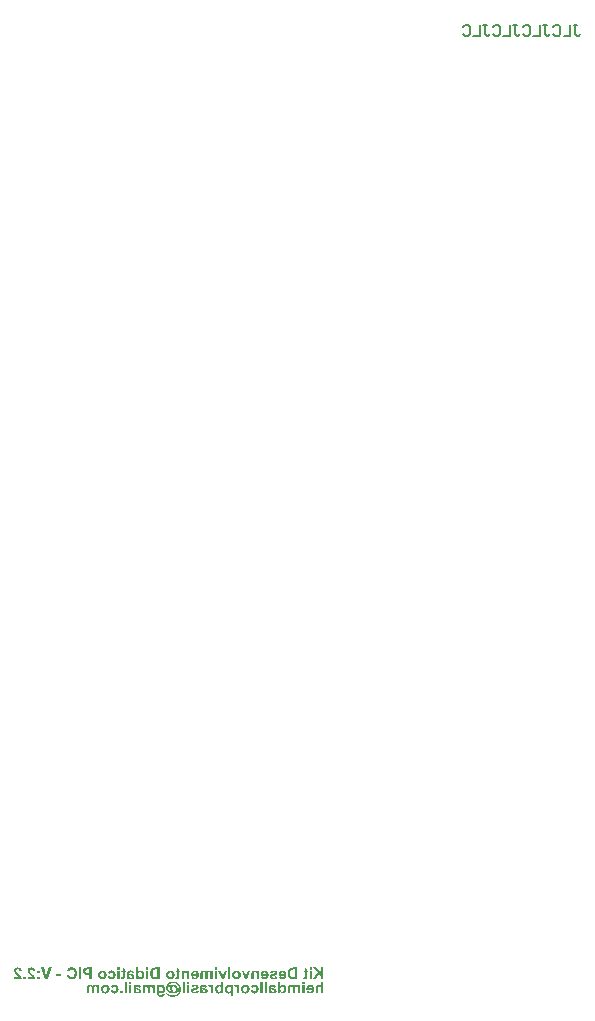
<source format=gbo>
G04*
G04 #@! TF.GenerationSoftware,Altium Limited,Altium Designer,19.0.15 (446)*
G04*
G04 Layer_Color=24703*
%FSLAX24Y24*%
%MOIN*%
G70*
G01*
G75*
%ADD69C,0.0063*%
G36*
X13315Y1701D02*
X13242D01*
Y1769D01*
X13315D01*
Y1701D01*
D02*
G37*
G36*
X10155Y1701D02*
X10081D01*
Y1769D01*
X10155D01*
Y1701D01*
D02*
G37*
G36*
X7861D02*
X7787D01*
Y1769D01*
X7861D01*
Y1701D01*
D02*
G37*
G36*
X6907D02*
X6833D01*
Y1769D01*
X6907D01*
Y1701D01*
D02*
G37*
G36*
X3983Y1769D02*
X4000Y1766D01*
X4014Y1761D01*
X4021Y1759D01*
X4027Y1757D01*
X4032Y1754D01*
X4037Y1752D01*
X4041Y1750D01*
X4044Y1747D01*
X4047Y1746D01*
X4049Y1744D01*
X4050Y1744D01*
X4051Y1743D01*
X4056Y1738D01*
X4062Y1732D01*
X4067Y1726D01*
X4072Y1719D01*
X4079Y1704D01*
X4084Y1690D01*
X4086Y1683D01*
X4087Y1677D01*
X4089Y1671D01*
X4090Y1666D01*
X4091Y1662D01*
Y1659D01*
X4092Y1657D01*
Y1656D01*
X4018Y1649D01*
X4017Y1660D01*
X4016Y1670D01*
X4013Y1678D01*
X4010Y1684D01*
X4007Y1689D01*
X4006Y1692D01*
X4004Y1695D01*
X4003Y1695D01*
X3997Y1700D01*
X3992Y1703D01*
X3985Y1706D01*
X3979Y1708D01*
X3975Y1709D01*
X3970Y1709D01*
X3966D01*
X3958Y1709D01*
X3951Y1707D01*
X3944Y1705D01*
X3939Y1703D01*
X3935Y1700D01*
X3932Y1698D01*
X3930Y1696D01*
X3930Y1696D01*
X3925Y1691D01*
X3922Y1684D01*
X3920Y1678D01*
X3918Y1672D01*
X3917Y1667D01*
X3916Y1662D01*
Y1659D01*
Y1658D01*
X3917Y1650D01*
X3918Y1641D01*
X3921Y1634D01*
X3924Y1627D01*
X3927Y1621D01*
X3929Y1617D01*
X3931Y1614D01*
X3931Y1613D01*
X3934Y1609D01*
X3937Y1605D01*
X3941Y1601D01*
X3946Y1596D01*
X3956Y1586D01*
X3966Y1575D01*
X3976Y1566D01*
X3981Y1561D01*
X3985Y1558D01*
X3988Y1555D01*
X3990Y1552D01*
X3992Y1551D01*
X3993Y1550D01*
X4004Y1540D01*
X4014Y1530D01*
X4023Y1520D01*
X4032Y1512D01*
X4040Y1503D01*
X4046Y1496D01*
X4052Y1489D01*
X4058Y1482D01*
X4062Y1477D01*
X4066Y1472D01*
X4069Y1468D01*
X4072Y1464D01*
X4073Y1461D01*
X4075Y1459D01*
X4076Y1458D01*
Y1458D01*
X4083Y1445D01*
X4088Y1432D01*
X4093Y1420D01*
X4096Y1408D01*
X4098Y1399D01*
X4099Y1395D01*
X4099Y1391D01*
X4100Y1389D01*
X4100Y1386D01*
Y1385D01*
Y1385D01*
X3842D01*
Y1453D01*
X3989D01*
X3985Y1461D01*
X3979Y1467D01*
X3977Y1469D01*
X3976Y1471D01*
X3975Y1472D01*
X3974Y1473D01*
X3972Y1475D01*
X3969Y1478D01*
X3963Y1484D01*
X3956Y1491D01*
X3948Y1498D01*
X3941Y1505D01*
X3935Y1510D01*
X3934Y1513D01*
X3932Y1514D01*
X3931Y1515D01*
X3930Y1516D01*
X3918Y1527D01*
X3908Y1537D01*
X3899Y1545D01*
X3893Y1552D01*
X3887Y1558D01*
X3884Y1562D01*
X3882Y1564D01*
X3882Y1565D01*
X3875Y1574D01*
X3868Y1583D01*
X3863Y1591D01*
X3859Y1599D01*
X3856Y1605D01*
X3853Y1609D01*
X3852Y1612D01*
X3852Y1613D01*
X3849Y1622D01*
X3846Y1631D01*
X3845Y1640D01*
X3844Y1647D01*
X3843Y1654D01*
X3842Y1659D01*
Y1662D01*
Y1663D01*
X3843Y1671D01*
X3844Y1679D01*
X3848Y1694D01*
X3853Y1707D01*
X3859Y1718D01*
X3865Y1727D01*
X3868Y1731D01*
X3870Y1734D01*
X3872Y1736D01*
X3874Y1738D01*
X3875Y1739D01*
X3875Y1739D01*
X3882Y1744D01*
X3888Y1750D01*
X3896Y1754D01*
X3903Y1757D01*
X3918Y1763D01*
X3932Y1766D01*
X3939Y1768D01*
X3945Y1768D01*
X3951Y1769D01*
X3955Y1770D01*
X3959Y1770D01*
X3974D01*
X3983Y1769D01*
D02*
G37*
G36*
X3536D02*
X3552Y1766D01*
X3567Y1761D01*
X3573Y1759D01*
X3579Y1757D01*
X3585Y1754D01*
X3590Y1752D01*
X3594Y1750D01*
X3597Y1747D01*
X3600Y1746D01*
X3601Y1744D01*
X3603Y1744D01*
X3603Y1743D01*
X3609Y1738D01*
X3615Y1732D01*
X3619Y1726D01*
X3624Y1719D01*
X3631Y1704D01*
X3636Y1690D01*
X3639Y1683D01*
X3640Y1677D01*
X3642Y1671D01*
X3642Y1666D01*
X3643Y1662D01*
Y1659D01*
X3644Y1657D01*
Y1656D01*
X3571Y1649D01*
X3570Y1660D01*
X3568Y1670D01*
X3565Y1678D01*
X3563Y1684D01*
X3560Y1689D01*
X3558Y1692D01*
X3556Y1695D01*
X3556Y1695D01*
X3550Y1700D01*
X3544Y1703D01*
X3538Y1706D01*
X3532Y1708D01*
X3527Y1709D01*
X3522Y1709D01*
X3519D01*
X3511Y1709D01*
X3503Y1707D01*
X3497Y1705D01*
X3491Y1703D01*
X3487Y1700D01*
X3484Y1698D01*
X3483Y1696D01*
X3482Y1696D01*
X3477Y1691D01*
X3474Y1684D01*
X3472Y1678D01*
X3470Y1672D01*
X3469Y1667D01*
X3469Y1662D01*
Y1659D01*
Y1658D01*
X3469Y1650D01*
X3471Y1641D01*
X3473Y1634D01*
X3476Y1627D01*
X3479Y1621D01*
X3481Y1617D01*
X3483Y1614D01*
X3484Y1613D01*
X3486Y1609D01*
X3490Y1605D01*
X3494Y1601D01*
X3498Y1596D01*
X3508Y1586D01*
X3519Y1575D01*
X3529Y1566D01*
X3533Y1561D01*
X3537Y1558D01*
X3541Y1555D01*
X3543Y1552D01*
X3545Y1551D01*
X3545Y1550D01*
X3556Y1540D01*
X3567Y1530D01*
X3576Y1520D01*
X3584Y1512D01*
X3592Y1503D01*
X3598Y1496D01*
X3605Y1489D01*
X3610Y1482D01*
X3614Y1477D01*
X3618Y1472D01*
X3621Y1468D01*
X3624Y1464D01*
X3626Y1461D01*
X3627Y1459D01*
X3628Y1458D01*
Y1458D01*
X3635Y1445D01*
X3641Y1432D01*
X3645Y1420D01*
X3648Y1408D01*
X3650Y1399D01*
X3651Y1395D01*
X3652Y1391D01*
X3652Y1389D01*
X3653Y1386D01*
Y1385D01*
Y1385D01*
X3395D01*
Y1453D01*
X3542D01*
X3537Y1461D01*
X3532Y1467D01*
X3530Y1469D01*
X3528Y1471D01*
X3527Y1472D01*
X3526Y1473D01*
X3524Y1475D01*
X3522Y1478D01*
X3515Y1484D01*
X3508Y1491D01*
X3501Y1498D01*
X3494Y1505D01*
X3488Y1510D01*
X3486Y1513D01*
X3484Y1514D01*
X3483Y1515D01*
X3483Y1516D01*
X3470Y1527D01*
X3460Y1537D01*
X3452Y1545D01*
X3445Y1552D01*
X3440Y1558D01*
X3436Y1562D01*
X3435Y1564D01*
X3434Y1565D01*
X3427Y1574D01*
X3421Y1583D01*
X3415Y1591D01*
X3411Y1599D01*
X3408Y1605D01*
X3406Y1609D01*
X3405Y1612D01*
X3404Y1613D01*
X3401Y1622D01*
X3399Y1631D01*
X3397Y1640D01*
X3396Y1647D01*
X3395Y1654D01*
X3395Y1659D01*
Y1662D01*
Y1663D01*
X3395Y1671D01*
X3396Y1679D01*
X3400Y1694D01*
X3405Y1707D01*
X3411Y1718D01*
X3417Y1727D01*
X3420Y1731D01*
X3422Y1734D01*
X3425Y1736D01*
X3426Y1738D01*
X3427Y1739D01*
X3428Y1739D01*
X3434Y1744D01*
X3440Y1750D01*
X3448Y1754D01*
X3455Y1757D01*
X3470Y1763D01*
X3484Y1766D01*
X3491Y1768D01*
X3497Y1768D01*
X3503Y1769D01*
X3508Y1770D01*
X3512Y1770D01*
X3526D01*
X3536Y1769D01*
D02*
G37*
G36*
X9867Y1668D02*
X9875Y1667D01*
X9884Y1665D01*
X9892Y1662D01*
X9907Y1655D01*
X9913Y1651D01*
X9919Y1647D01*
X9925Y1643D01*
X9930Y1639D01*
X9934Y1635D01*
X9937Y1632D01*
X9940Y1629D01*
X9942Y1627D01*
X9943Y1626D01*
X9944Y1625D01*
Y1663D01*
X10012D01*
Y1385D01*
X9938D01*
Y1520D01*
Y1534D01*
X9937Y1545D01*
X9936Y1555D01*
X9935Y1563D01*
X9934Y1569D01*
X9933Y1573D01*
X9932Y1576D01*
Y1576D01*
X9930Y1583D01*
X9927Y1588D01*
X9923Y1593D01*
X9921Y1596D01*
X9918Y1599D01*
X9915Y1602D01*
X9913Y1603D01*
X9913Y1603D01*
X9908Y1606D01*
X9902Y1609D01*
X9897Y1610D01*
X9892Y1612D01*
X9888Y1612D01*
X9885Y1613D01*
X9877D01*
X9873Y1612D01*
X9868Y1611D01*
X9866Y1610D01*
X9863Y1609D01*
X9861Y1608D01*
X9860Y1607D01*
X9860D01*
X9854Y1602D01*
X9850Y1596D01*
X9849Y1593D01*
X9848Y1591D01*
X9847Y1590D01*
Y1589D01*
X9847Y1587D01*
X9846Y1584D01*
X9845Y1576D01*
X9844Y1568D01*
X9844Y1559D01*
X9843Y1550D01*
Y1543D01*
Y1541D01*
Y1538D01*
Y1537D01*
Y1537D01*
Y1385D01*
X9770D01*
Y1518D01*
Y1531D01*
X9768Y1544D01*
X9768Y1553D01*
X9767Y1561D01*
X9765Y1568D01*
X9765Y1572D01*
X9764Y1575D01*
Y1575D01*
X9761Y1582D01*
X9758Y1587D01*
X9755Y1592D01*
X9752Y1596D01*
X9749Y1599D01*
X9747Y1601D01*
X9745Y1602D01*
X9744Y1603D01*
X9739Y1606D01*
X9734Y1609D01*
X9729Y1610D01*
X9725Y1612D01*
X9720Y1612D01*
X9718Y1613D01*
X9715D01*
X9708Y1612D01*
X9701Y1610D01*
X9696Y1607D01*
X9691Y1605D01*
X9688Y1602D01*
X9685Y1599D01*
X9684Y1598D01*
X9684Y1597D01*
X9682Y1595D01*
X9681Y1591D01*
X9679Y1584D01*
X9678Y1575D01*
X9677Y1565D01*
X9677Y1557D01*
X9676Y1550D01*
Y1547D01*
Y1545D01*
Y1544D01*
Y1543D01*
Y1385D01*
X9602D01*
Y1562D01*
X9603Y1576D01*
X9603Y1588D01*
X9605Y1598D01*
X9606Y1606D01*
X9608Y1612D01*
X9609Y1616D01*
X9609Y1619D01*
X9610Y1620D01*
X9614Y1628D01*
X9619Y1636D01*
X9625Y1642D01*
X9630Y1647D01*
X9634Y1651D01*
X9639Y1654D01*
X9641Y1655D01*
X9642Y1656D01*
X9650Y1660D01*
X9659Y1664D01*
X9668Y1666D01*
X9675Y1667D01*
X9683Y1668D01*
X9688Y1669D01*
X9694D01*
X9702Y1668D01*
X9711Y1667D01*
X9719Y1665D01*
X9725Y1664D01*
X9731Y1661D01*
X9736Y1660D01*
X9738Y1658D01*
X9739Y1658D01*
X9747Y1653D01*
X9754Y1648D01*
X9761Y1643D01*
X9767Y1637D01*
X9771Y1632D01*
X9775Y1628D01*
X9778Y1626D01*
X9778Y1624D01*
X9784Y1632D01*
X9789Y1639D01*
X9794Y1645D01*
X9799Y1650D01*
X9804Y1653D01*
X9808Y1655D01*
X9810Y1657D01*
X9811Y1658D01*
X9819Y1661D01*
X9826Y1664D01*
X9834Y1666D01*
X9842Y1668D01*
X9848Y1668D01*
X9853Y1669D01*
X9857D01*
X9867Y1668D01*
D02*
G37*
G36*
X13701Y1385D02*
X13623D01*
Y1500D01*
X13561Y1565D01*
X13455Y1385D01*
X13355D01*
X13507Y1619D01*
X13363Y1769D01*
X13467D01*
X13623Y1599D01*
Y1769D01*
X13701D01*
Y1385D01*
D02*
G37*
G36*
X4240Y1589D02*
X4166D01*
Y1663D01*
X4240D01*
Y1589D01*
D02*
G37*
G36*
X7294Y1668D02*
X7303Y1667D01*
X7311Y1666D01*
X7318Y1664D01*
X7325Y1662D01*
X7331Y1661D01*
X7337Y1659D01*
X7341Y1657D01*
X7345Y1655D01*
X7349Y1654D01*
X7352Y1652D01*
X7354Y1651D01*
X7356Y1650D01*
X7356Y1649D01*
X7357D01*
X7366Y1641D01*
X7375Y1631D01*
X7382Y1622D01*
X7387Y1612D01*
X7390Y1603D01*
X7393Y1596D01*
X7394Y1594D01*
X7395Y1592D01*
X7396Y1591D01*
Y1590D01*
X7330Y1578D01*
X7327Y1584D01*
X7324Y1590D01*
X7321Y1595D01*
X7318Y1598D01*
X7316Y1601D01*
X7314Y1603D01*
X7313Y1604D01*
X7312Y1605D01*
X7307Y1607D01*
X7303Y1609D01*
X7292Y1612D01*
X7288Y1612D01*
X7285Y1613D01*
X7281D01*
X7271Y1612D01*
X7262Y1612D01*
X7255Y1610D01*
X7250Y1608D01*
X7246Y1606D01*
X7244Y1605D01*
X7242Y1604D01*
X7241Y1603D01*
X7238Y1599D01*
X7235Y1595D01*
X7233Y1590D01*
X7232Y1585D01*
X7231Y1580D01*
X7231Y1576D01*
Y1574D01*
Y1573D01*
Y1566D01*
X7235Y1564D01*
X7239Y1562D01*
X7251Y1560D01*
X7262Y1557D01*
X7274Y1554D01*
X7285Y1551D01*
X7290Y1550D01*
X7294Y1550D01*
X7298Y1549D01*
X7300Y1548D01*
X7302Y1548D01*
X7303D01*
X7316Y1545D01*
X7328Y1542D01*
X7338Y1539D01*
X7346Y1536D01*
X7352Y1534D01*
X7357Y1532D01*
X7360Y1531D01*
X7361Y1530D01*
X7368Y1526D01*
X7375Y1521D01*
X7380Y1517D01*
X7384Y1512D01*
X7387Y1508D01*
X7390Y1505D01*
X7392Y1502D01*
X7392Y1502D01*
X7396Y1495D01*
X7399Y1488D01*
X7400Y1481D01*
X7402Y1474D01*
X7403Y1468D01*
X7403Y1464D01*
Y1461D01*
Y1460D01*
X7402Y1447D01*
X7399Y1435D01*
X7396Y1426D01*
X7391Y1417D01*
X7386Y1410D01*
X7383Y1404D01*
X7380Y1402D01*
X7379Y1400D01*
X7369Y1393D01*
X7358Y1387D01*
X7347Y1383D01*
X7335Y1381D01*
X7326Y1379D01*
X7321Y1378D01*
X7318D01*
X7315Y1378D01*
X7311D01*
X7302Y1378D01*
X7293Y1379D01*
X7286Y1381D01*
X7279Y1382D01*
X7273Y1383D01*
X7269Y1385D01*
X7266Y1386D01*
X7265Y1386D01*
X7257Y1390D01*
X7250Y1395D01*
X7243Y1399D01*
X7237Y1404D01*
X7232Y1408D01*
X7228Y1412D01*
X7225Y1414D01*
X7225Y1414D01*
X7224Y1412D01*
X7224Y1409D01*
X7222Y1407D01*
Y1406D01*
Y1406D01*
X7221Y1401D01*
X7220Y1396D01*
X7218Y1393D01*
X7217Y1390D01*
X7216Y1388D01*
X7215Y1386D01*
X7215Y1385D01*
Y1385D01*
X7142D01*
X7146Y1392D01*
X7149Y1399D01*
X7151Y1405D01*
X7153Y1410D01*
X7154Y1415D01*
X7155Y1419D01*
X7156Y1421D01*
Y1421D01*
X7157Y1429D01*
X7158Y1437D01*
X7159Y1447D01*
Y1455D01*
X7159Y1464D01*
Y1470D01*
Y1472D01*
Y1474D01*
Y1475D01*
Y1476D01*
X7158Y1561D01*
Y1570D01*
X7159Y1578D01*
X7159Y1585D01*
X7160Y1592D01*
X7160Y1598D01*
X7161Y1603D01*
X7162Y1608D01*
X7163Y1612D01*
X7165Y1619D01*
X7166Y1624D01*
X7168Y1627D01*
X7168Y1627D01*
X7172Y1634D01*
X7177Y1640D01*
X7183Y1645D01*
X7189Y1649D01*
X7194Y1653D01*
X7198Y1655D01*
X7201Y1657D01*
X7202Y1657D01*
X7207Y1660D01*
X7212Y1661D01*
X7224Y1664D01*
X7236Y1666D01*
X7248Y1668D01*
X7259Y1668D01*
X7263D01*
X7268Y1669D01*
X7286D01*
X7294Y1668D01*
D02*
G37*
G36*
X4948Y1487D02*
X4804D01*
Y1561D01*
X4948D01*
Y1487D01*
D02*
G37*
G36*
X4513Y1385D02*
X4429D01*
X4292Y1769D01*
X4375D01*
X4469Y1485D01*
X4567Y1769D01*
X4650D01*
X4513Y1385D01*
D02*
G37*
G36*
X11152Y1385D02*
X11086D01*
X10975Y1663D01*
X11051D01*
X11104Y1521D01*
X11107Y1512D01*
X11109Y1505D01*
X11110Y1501D01*
X11111Y1499D01*
X11112Y1498D01*
Y1497D01*
X11112Y1494D01*
X11113Y1490D01*
X11116Y1483D01*
X11117Y1479D01*
X11118Y1476D01*
X11119Y1474D01*
Y1473D01*
X11134Y1521D01*
X11187Y1663D01*
X11264D01*
X11152Y1385D01*
D02*
G37*
G36*
X10377Y1385D02*
X10311D01*
X10200Y1663D01*
X10276D01*
X10329Y1521D01*
X10332Y1512D01*
X10334Y1505D01*
X10335Y1501D01*
X10336Y1499D01*
X10336Y1498D01*
Y1497D01*
X10337Y1494D01*
X10338Y1490D01*
X10341Y1483D01*
X10342Y1479D01*
X10343Y1476D01*
X10344Y1474D01*
Y1473D01*
X10359Y1521D01*
X10412Y1663D01*
X10489D01*
X10377Y1385D01*
D02*
G37*
G36*
X5324Y1775D02*
X5338Y1773D01*
X5352Y1771D01*
X5364Y1767D01*
X5376Y1763D01*
X5386Y1758D01*
X5396Y1754D01*
X5405Y1749D01*
X5413Y1744D01*
X5420Y1739D01*
X5426Y1734D01*
X5431Y1730D01*
X5435Y1727D01*
X5438Y1724D01*
X5439Y1723D01*
X5440Y1722D01*
X5449Y1712D01*
X5456Y1700D01*
X5463Y1689D01*
X5469Y1677D01*
X5473Y1664D01*
X5477Y1651D01*
X5480Y1640D01*
X5483Y1627D01*
X5485Y1616D01*
X5487Y1606D01*
X5487Y1597D01*
X5489Y1589D01*
Y1582D01*
X5489Y1577D01*
Y1574D01*
Y1573D01*
X5489Y1557D01*
X5487Y1541D01*
X5484Y1526D01*
X5482Y1513D01*
X5477Y1500D01*
X5473Y1488D01*
X5469Y1477D01*
X5465Y1468D01*
X5460Y1459D01*
X5456Y1451D01*
X5451Y1445D01*
X5448Y1440D01*
X5445Y1435D01*
X5442Y1433D01*
X5441Y1431D01*
X5440Y1430D01*
X5431Y1421D01*
X5421Y1413D01*
X5410Y1406D01*
X5400Y1400D01*
X5389Y1395D01*
X5379Y1391D01*
X5369Y1388D01*
X5359Y1385D01*
X5349Y1382D01*
X5341Y1381D01*
X5334Y1380D01*
X5327Y1379D01*
X5322D01*
X5318Y1378D01*
X5314D01*
X5303Y1379D01*
X5292Y1379D01*
X5282Y1381D01*
X5272Y1383D01*
X5263Y1385D01*
X5255Y1388D01*
X5248Y1390D01*
X5241Y1393D01*
X5234Y1396D01*
X5228Y1399D01*
X5224Y1402D01*
X5219Y1404D01*
X5217Y1406D01*
X5214Y1407D01*
X5213Y1408D01*
X5212Y1409D01*
X5205Y1414D01*
X5198Y1421D01*
X5186Y1436D01*
X5176Y1452D01*
X5169Y1467D01*
X5165Y1474D01*
X5162Y1481D01*
X5160Y1487D01*
X5158Y1492D01*
X5156Y1497D01*
X5155Y1500D01*
X5155Y1502D01*
Y1503D01*
X5230Y1526D01*
X5234Y1511D01*
X5239Y1499D01*
X5245Y1488D01*
X5250Y1479D01*
X5255Y1472D01*
X5259Y1467D01*
X5261Y1465D01*
X5262Y1464D01*
X5271Y1457D01*
X5280Y1452D01*
X5288Y1449D01*
X5297Y1447D01*
X5304Y1445D01*
X5310Y1445D01*
X5312Y1444D01*
X5315D01*
X5323Y1445D01*
X5330Y1445D01*
X5343Y1449D01*
X5355Y1454D01*
X5365Y1459D01*
X5373Y1465D01*
X5379Y1470D01*
X5382Y1474D01*
X5383Y1474D01*
X5383Y1475D01*
X5388Y1481D01*
X5391Y1488D01*
X5395Y1496D01*
X5398Y1504D01*
X5403Y1521D01*
X5405Y1538D01*
X5407Y1547D01*
X5408Y1554D01*
X5408Y1561D01*
Y1567D01*
X5409Y1572D01*
Y1576D01*
Y1578D01*
Y1579D01*
X5408Y1591D01*
X5408Y1603D01*
X5407Y1614D01*
X5405Y1623D01*
X5403Y1633D01*
X5401Y1641D01*
X5398Y1648D01*
X5396Y1654D01*
X5393Y1660D01*
X5391Y1665D01*
X5389Y1669D01*
X5387Y1672D01*
X5385Y1675D01*
X5384Y1677D01*
X5383Y1678D01*
Y1678D01*
X5377Y1684D01*
X5372Y1689D01*
X5366Y1693D01*
X5361Y1696D01*
X5349Y1702D01*
X5338Y1705D01*
X5328Y1708D01*
X5324Y1708D01*
X5321Y1709D01*
X5318Y1709D01*
X5314D01*
X5303Y1709D01*
X5293Y1706D01*
X5283Y1704D01*
X5276Y1700D01*
X5269Y1698D01*
X5265Y1695D01*
X5262Y1692D01*
X5261Y1692D01*
X5253Y1685D01*
X5248Y1677D01*
X5242Y1670D01*
X5239Y1662D01*
X5236Y1655D01*
X5234Y1650D01*
X5233Y1646D01*
X5232Y1646D01*
Y1645D01*
X5156Y1663D01*
X5161Y1679D01*
X5167Y1693D01*
X5174Y1705D01*
X5181Y1715D01*
X5187Y1723D01*
X5191Y1729D01*
X5194Y1732D01*
X5195Y1733D01*
X5195D01*
X5204Y1741D01*
X5213Y1747D01*
X5222Y1753D01*
X5232Y1758D01*
X5241Y1762D01*
X5251Y1765D01*
X5260Y1768D01*
X5269Y1770D01*
X5277Y1772D01*
X5285Y1773D01*
X5292Y1774D01*
X5298Y1775D01*
X5303Y1775D01*
X5310D01*
X5324Y1775D01*
D02*
G37*
G36*
X13163Y1718D02*
Y1663D01*
X13197D01*
Y1605D01*
X13163D01*
Y1482D01*
Y1475D01*
Y1469D01*
X13162Y1458D01*
Y1448D01*
X13161Y1441D01*
X13161Y1437D01*
Y1433D01*
X13160Y1431D01*
Y1430D01*
X13159Y1424D01*
X13158Y1418D01*
X13156Y1413D01*
X13154Y1409D01*
X13153Y1406D01*
X13151Y1403D01*
X13151Y1402D01*
X13150Y1401D01*
X13147Y1397D01*
X13143Y1394D01*
X13136Y1389D01*
X13132Y1386D01*
X13129Y1385D01*
X13127Y1385D01*
X13127Y1384D01*
X13121Y1382D01*
X13115Y1381D01*
X13109Y1379D01*
X13103Y1378D01*
X13098D01*
X13095Y1378D01*
X13091D01*
X13080Y1378D01*
X13068Y1379D01*
X13058Y1381D01*
X13050Y1383D01*
X13043Y1385D01*
X13037Y1386D01*
X13034Y1388D01*
X13033Y1388D01*
X13039Y1445D01*
X13046Y1443D01*
X13052Y1441D01*
X13057Y1440D01*
X13061Y1440D01*
X13065Y1439D01*
X13067Y1438D01*
X13069D01*
X13074Y1439D01*
X13078Y1440D01*
X13080Y1441D01*
X13081Y1442D01*
X13084Y1445D01*
X13087Y1448D01*
X13088Y1450D01*
Y1451D01*
Y1452D01*
X13088Y1455D01*
Y1460D01*
Y1467D01*
X13089Y1474D01*
Y1480D01*
Y1486D01*
Y1488D01*
Y1490D01*
Y1490D01*
Y1491D01*
Y1605D01*
X13039D01*
Y1663D01*
X13089D01*
Y1761D01*
X13163Y1718D01*
D02*
G37*
G36*
X8900Y1718D02*
Y1663D01*
X8934D01*
Y1605D01*
X8900D01*
Y1482D01*
Y1475D01*
Y1469D01*
X8899Y1458D01*
Y1448D01*
X8899Y1441D01*
X8898Y1437D01*
Y1433D01*
X8897Y1431D01*
Y1430D01*
X8896Y1424D01*
X8895Y1418D01*
X8893Y1413D01*
X8892Y1409D01*
X8890Y1406D01*
X8889Y1403D01*
X8888Y1402D01*
X8887Y1401D01*
X8884Y1397D01*
X8880Y1394D01*
X8873Y1389D01*
X8869Y1386D01*
X8866Y1385D01*
X8865Y1385D01*
X8864Y1384D01*
X8858Y1382D01*
X8852Y1381D01*
X8846Y1379D01*
X8840Y1378D01*
X8835D01*
X8832Y1378D01*
X8828D01*
X8817Y1378D01*
X8806Y1379D01*
X8796Y1381D01*
X8787Y1383D01*
X8780Y1385D01*
X8774Y1386D01*
X8771Y1388D01*
X8770Y1388D01*
X8776Y1445D01*
X8783Y1443D01*
X8789Y1441D01*
X8794Y1440D01*
X8798Y1440D01*
X8802Y1439D01*
X8804Y1438D01*
X8806D01*
X8811Y1439D01*
X8815Y1440D01*
X8817Y1441D01*
X8818Y1442D01*
X8821Y1445D01*
X8824Y1448D01*
X8825Y1450D01*
Y1451D01*
Y1452D01*
X8825Y1455D01*
Y1460D01*
Y1467D01*
X8826Y1474D01*
Y1480D01*
Y1486D01*
Y1488D01*
Y1490D01*
Y1490D01*
Y1491D01*
Y1605D01*
X8776D01*
Y1663D01*
X8826D01*
Y1761D01*
X8900Y1718D01*
D02*
G37*
G36*
X7082D02*
Y1663D01*
X7116D01*
Y1605D01*
X7082D01*
Y1482D01*
Y1475D01*
Y1469D01*
X7082Y1458D01*
Y1448D01*
X7081Y1441D01*
X7080Y1437D01*
Y1433D01*
X7080Y1431D01*
Y1430D01*
X7079Y1424D01*
X7077Y1418D01*
X7076Y1413D01*
X7074Y1409D01*
X7072Y1406D01*
X7071Y1403D01*
X7070Y1402D01*
X7070Y1401D01*
X7067Y1397D01*
X7063Y1394D01*
X7055Y1389D01*
X7052Y1386D01*
X7049Y1385D01*
X7047Y1385D01*
X7046Y1384D01*
X7041Y1382D01*
X7034Y1381D01*
X7028Y1379D01*
X7022Y1378D01*
X7018D01*
X7014Y1378D01*
X7011D01*
X6999Y1378D01*
X6988Y1379D01*
X6978Y1381D01*
X6969Y1383D01*
X6962Y1385D01*
X6957Y1386D01*
X6953Y1388D01*
X6952Y1388D01*
X6959Y1445D01*
X6966Y1443D01*
X6972Y1441D01*
X6977Y1440D01*
X6981Y1440D01*
X6984Y1439D01*
X6987Y1438D01*
X6988D01*
X6993Y1439D01*
X6997Y1440D01*
X7000Y1441D01*
X7001Y1442D01*
X7004Y1445D01*
X7006Y1448D01*
X7007Y1450D01*
Y1451D01*
Y1452D01*
X7008Y1455D01*
Y1460D01*
Y1467D01*
X7008Y1474D01*
Y1480D01*
Y1486D01*
Y1488D01*
Y1490D01*
Y1490D01*
Y1491D01*
Y1605D01*
X6958D01*
Y1663D01*
X7008D01*
Y1761D01*
X7082Y1718D01*
D02*
G37*
G36*
X6651Y1668D02*
X6662Y1667D01*
X6672Y1665D01*
X6681Y1663D01*
X6690Y1660D01*
X6698Y1657D01*
X6705Y1653D01*
X6712Y1650D01*
X6718Y1646D01*
X6723Y1643D01*
X6728Y1639D01*
X6732Y1636D01*
X6735Y1634D01*
X6736Y1632D01*
X6738Y1631D01*
X6738Y1630D01*
X6745Y1623D01*
X6750Y1615D01*
X6755Y1606D01*
X6759Y1597D01*
X6763Y1588D01*
X6766Y1579D01*
X6770Y1562D01*
X6771Y1554D01*
X6773Y1547D01*
X6773Y1540D01*
X6774Y1534D01*
X6774Y1529D01*
Y1526D01*
Y1523D01*
Y1523D01*
X6774Y1510D01*
X6773Y1499D01*
X6771Y1488D01*
X6769Y1477D01*
X6766Y1468D01*
X6763Y1459D01*
X6760Y1451D01*
X6756Y1444D01*
X6753Y1437D01*
X6750Y1431D01*
X6746Y1427D01*
X6744Y1423D01*
X6742Y1420D01*
X6740Y1417D01*
X6739Y1416D01*
X6738Y1416D01*
X6731Y1409D01*
X6723Y1403D01*
X6716Y1398D01*
X6708Y1393D01*
X6700Y1390D01*
X6691Y1387D01*
X6676Y1382D01*
X6668Y1381D01*
X6662Y1379D01*
X6656Y1379D01*
X6651Y1378D01*
X6647Y1378D01*
X6641D01*
X6631Y1378D01*
X6622Y1379D01*
X6605Y1382D01*
X6597Y1383D01*
X6590Y1386D01*
X6584Y1388D01*
X6578Y1390D01*
X6573Y1393D01*
X6568Y1395D01*
X6564Y1397D01*
X6561Y1399D01*
X6559Y1400D01*
X6557Y1402D01*
X6556Y1403D01*
X6556D01*
X6550Y1408D01*
X6544Y1413D01*
X6535Y1425D01*
X6528Y1438D01*
X6522Y1450D01*
X6517Y1461D01*
X6515Y1466D01*
X6514Y1470D01*
X6513Y1474D01*
X6512Y1476D01*
X6512Y1478D01*
Y1478D01*
X6584Y1490D01*
X6587Y1481D01*
X6590Y1472D01*
X6593Y1465D01*
X6596Y1459D01*
X6599Y1455D01*
X6601Y1452D01*
X6603Y1450D01*
X6604Y1450D01*
X6609Y1445D01*
X6615Y1443D01*
X6621Y1441D01*
X6626Y1440D01*
X6630Y1438D01*
X6635Y1438D01*
X6638D01*
X6648Y1438D01*
X6657Y1441D01*
X6664Y1444D01*
X6671Y1448D01*
X6676Y1451D01*
X6680Y1455D01*
X6682Y1457D01*
X6683Y1458D01*
X6685Y1462D01*
X6688Y1467D01*
X6692Y1478D01*
X6695Y1489D01*
X6697Y1500D01*
X6698Y1511D01*
X6698Y1516D01*
X6699Y1520D01*
Y1523D01*
Y1526D01*
Y1527D01*
Y1528D01*
Y1536D01*
X6698Y1544D01*
X6697Y1557D01*
X6694Y1568D01*
X6691Y1576D01*
X6688Y1584D01*
X6685Y1588D01*
X6683Y1591D01*
X6683Y1592D01*
X6676Y1598D01*
X6668Y1603D01*
X6661Y1606D01*
X6654Y1609D01*
X6648Y1610D01*
X6643Y1611D01*
X6639D01*
X6631Y1610D01*
X6625Y1609D01*
X6619Y1607D01*
X6614Y1606D01*
X6610Y1603D01*
X6607Y1602D01*
X6605Y1600D01*
X6605Y1600D01*
X6600Y1595D01*
X6597Y1590D01*
X6594Y1585D01*
X6591Y1579D01*
X6590Y1575D01*
X6588Y1571D01*
X6588Y1569D01*
Y1568D01*
X6515Y1581D01*
X6521Y1596D01*
X6528Y1610D01*
X6535Y1621D01*
X6542Y1630D01*
X6549Y1637D01*
X6554Y1643D01*
X6558Y1646D01*
X6559Y1647D01*
X6559D01*
X6571Y1654D01*
X6584Y1660D01*
X6598Y1664D01*
X6611Y1666D01*
X6622Y1668D01*
X6627Y1668D01*
X6632D01*
X6635Y1669D01*
X6640D01*
X6651Y1668D01*
D02*
G37*
G36*
X12356Y1668D02*
X12366Y1667D01*
X12375Y1665D01*
X12383Y1662D01*
X12392Y1660D01*
X12399Y1657D01*
X12406Y1653D01*
X12412Y1649D01*
X12418Y1646D01*
X12423Y1642D01*
X12427Y1638D01*
X12431Y1636D01*
X12434Y1633D01*
X12435Y1631D01*
X12437Y1630D01*
X12437Y1629D01*
X12444Y1622D01*
X12449Y1613D01*
X12454Y1605D01*
X12458Y1596D01*
X12461Y1586D01*
X12464Y1578D01*
X12468Y1560D01*
X12470Y1552D01*
X12471Y1545D01*
X12472Y1538D01*
X12472Y1533D01*
X12473Y1527D01*
Y1524D01*
Y1521D01*
Y1521D01*
X12472Y1510D01*
X12472Y1500D01*
X12469Y1482D01*
X12466Y1473D01*
X12464Y1465D01*
X12462Y1458D01*
X12459Y1451D01*
X12457Y1445D01*
X12455Y1440D01*
X12452Y1435D01*
X12450Y1432D01*
X12448Y1429D01*
X12447Y1427D01*
X12446Y1426D01*
Y1425D01*
X12439Y1417D01*
X12431Y1409D01*
X12423Y1403D01*
X12414Y1397D01*
X12406Y1393D01*
X12396Y1389D01*
X12387Y1386D01*
X12379Y1383D01*
X12371Y1382D01*
X12363Y1380D01*
X12356Y1379D01*
X12350Y1378D01*
X12345D01*
X12341Y1378D01*
X12338D01*
X12322Y1379D01*
X12307Y1381D01*
X12294Y1384D01*
X12283Y1388D01*
X12275Y1392D01*
X12270Y1394D01*
X12268Y1395D01*
X12265Y1397D01*
X12263Y1397D01*
X12263Y1399D01*
X12262D01*
X12252Y1407D01*
X12242Y1417D01*
X12235Y1427D01*
X12228Y1437D01*
X12224Y1446D01*
X12221Y1450D01*
X12220Y1454D01*
X12219Y1456D01*
X12218Y1458D01*
X12217Y1459D01*
Y1460D01*
X12290Y1472D01*
X12293Y1465D01*
X12296Y1459D01*
X12299Y1454D01*
X12302Y1450D01*
X12304Y1446D01*
X12307Y1444D01*
X12308Y1443D01*
X12308Y1442D01*
X12313Y1439D01*
X12318Y1437D01*
X12323Y1435D01*
X12327Y1434D01*
X12331Y1433D01*
X12335Y1433D01*
X12338D01*
X12347Y1433D01*
X12355Y1435D01*
X12362Y1438D01*
X12368Y1442D01*
X12373Y1445D01*
X12377Y1448D01*
X12379Y1450D01*
X12380Y1451D01*
X12386Y1458D01*
X12390Y1467D01*
X12393Y1475D01*
X12395Y1483D01*
X12396Y1490D01*
X12397Y1497D01*
X12397Y1499D01*
Y1501D01*
Y1502D01*
Y1502D01*
X12213D01*
Y1517D01*
X12214Y1532D01*
X12216Y1545D01*
X12218Y1557D01*
X12221Y1568D01*
X12224Y1579D01*
X12227Y1588D01*
X12230Y1596D01*
X12233Y1604D01*
X12237Y1610D01*
X12239Y1615D01*
X12242Y1620D01*
X12244Y1623D01*
X12246Y1626D01*
X12247Y1627D01*
X12248Y1627D01*
X12255Y1635D01*
X12262Y1641D01*
X12270Y1647D01*
X12278Y1651D01*
X12286Y1655D01*
X12294Y1659D01*
X12303Y1661D01*
X12310Y1664D01*
X12317Y1665D01*
X12324Y1667D01*
X12330Y1668D01*
X12335Y1668D01*
X12340Y1669D01*
X12346D01*
X12356Y1668D01*
D02*
G37*
G36*
X11759D02*
X11769Y1667D01*
X11778Y1665D01*
X11787Y1662D01*
X11795Y1660D01*
X11802Y1657D01*
X11809Y1653D01*
X11815Y1649D01*
X11821Y1646D01*
X11826Y1642D01*
X11831Y1638D01*
X11834Y1636D01*
X11837Y1633D01*
X11839Y1631D01*
X11840Y1630D01*
X11840Y1629D01*
X11847Y1622D01*
X11852Y1613D01*
X11857Y1605D01*
X11861Y1596D01*
X11864Y1586D01*
X11867Y1578D01*
X11871Y1560D01*
X11873Y1552D01*
X11874Y1545D01*
X11875Y1538D01*
X11876Y1533D01*
X11876Y1527D01*
Y1524D01*
Y1521D01*
Y1521D01*
X11876Y1510D01*
X11875Y1500D01*
X11872Y1482D01*
X11870Y1473D01*
X11867Y1465D01*
X11865Y1458D01*
X11863Y1451D01*
X11860Y1445D01*
X11858Y1440D01*
X11856Y1435D01*
X11853Y1432D01*
X11852Y1429D01*
X11850Y1427D01*
X11849Y1426D01*
Y1425D01*
X11842Y1417D01*
X11835Y1409D01*
X11826Y1403D01*
X11818Y1397D01*
X11809Y1393D01*
X11800Y1389D01*
X11791Y1386D01*
X11782Y1383D01*
X11774Y1382D01*
X11766Y1380D01*
X11760Y1379D01*
X11753Y1378D01*
X11749D01*
X11745Y1378D01*
X11742D01*
X11725Y1379D01*
X11711Y1381D01*
X11698Y1384D01*
X11687Y1388D01*
X11678Y1392D01*
X11674Y1394D01*
X11671Y1395D01*
X11668Y1397D01*
X11667Y1397D01*
X11666Y1399D01*
X11666D01*
X11655Y1407D01*
X11646Y1417D01*
X11638Y1427D01*
X11632Y1437D01*
X11627Y1446D01*
X11625Y1450D01*
X11623Y1454D01*
X11622Y1456D01*
X11621Y1458D01*
X11621Y1459D01*
Y1460D01*
X11694Y1472D01*
X11696Y1465D01*
X11699Y1459D01*
X11702Y1454D01*
X11705Y1450D01*
X11708Y1446D01*
X11710Y1444D01*
X11711Y1443D01*
X11712Y1442D01*
X11716Y1439D01*
X11721Y1437D01*
X11726Y1435D01*
X11731Y1434D01*
X11735Y1433D01*
X11738Y1433D01*
X11741D01*
X11750Y1433D01*
X11758Y1435D01*
X11766Y1438D01*
X11771Y1442D01*
X11777Y1445D01*
X11780Y1448D01*
X11783Y1450D01*
X11783Y1451D01*
X11789Y1458D01*
X11793Y1467D01*
X11796Y1475D01*
X11798Y1483D01*
X11800Y1490D01*
X11800Y1497D01*
X11801Y1499D01*
Y1501D01*
Y1502D01*
Y1502D01*
X11616D01*
Y1517D01*
X11618Y1532D01*
X11619Y1545D01*
X11621Y1557D01*
X11624Y1568D01*
X11627Y1579D01*
X11630Y1588D01*
X11633Y1596D01*
X11636Y1604D01*
X11640Y1610D01*
X11643Y1615D01*
X11645Y1620D01*
X11647Y1623D01*
X11649Y1626D01*
X11650Y1627D01*
X11651Y1627D01*
X11658Y1635D01*
X11666Y1641D01*
X11673Y1647D01*
X11681Y1651D01*
X11690Y1655D01*
X11698Y1659D01*
X11706Y1661D01*
X11714Y1664D01*
X11721Y1665D01*
X11728Y1667D01*
X11733Y1668D01*
X11739Y1668D01*
X11743Y1669D01*
X11749D01*
X11759Y1668D01*
D02*
G37*
G36*
X9434Y1668D02*
X9444Y1667D01*
X9453Y1665D01*
X9461Y1662D01*
X9469Y1660D01*
X9477Y1657D01*
X9484Y1653D01*
X9490Y1649D01*
X9496Y1646D01*
X9500Y1642D01*
X9505Y1638D01*
X9509Y1636D01*
X9512Y1633D01*
X9513Y1631D01*
X9515Y1630D01*
X9515Y1629D01*
X9522Y1622D01*
X9527Y1613D01*
X9531Y1605D01*
X9536Y1596D01*
X9539Y1586D01*
X9542Y1578D01*
X9546Y1560D01*
X9548Y1552D01*
X9549Y1545D01*
X9550Y1538D01*
X9550Y1533D01*
X9551Y1527D01*
Y1524D01*
Y1521D01*
Y1521D01*
X9550Y1510D01*
X9550Y1500D01*
X9547Y1482D01*
X9544Y1473D01*
X9542Y1465D01*
X9540Y1458D01*
X9537Y1451D01*
X9535Y1445D01*
X9533Y1440D01*
X9530Y1435D01*
X9528Y1432D01*
X9526Y1429D01*
X9525Y1427D01*
X9524Y1426D01*
Y1425D01*
X9517Y1417D01*
X9509Y1409D01*
X9501Y1403D01*
X9492Y1397D01*
X9484Y1393D01*
X9474Y1389D01*
X9465Y1386D01*
X9457Y1383D01*
X9448Y1382D01*
X9441Y1380D01*
X9434Y1379D01*
X9428Y1378D01*
X9423D01*
X9419Y1378D01*
X9416D01*
X9400Y1379D01*
X9385Y1381D01*
X9372Y1384D01*
X9361Y1388D01*
X9352Y1392D01*
X9348Y1394D01*
X9345Y1395D01*
X9343Y1397D01*
X9341Y1397D01*
X9341Y1399D01*
X9340D01*
X9330Y1407D01*
X9320Y1417D01*
X9313Y1427D01*
X9306Y1437D01*
X9302Y1446D01*
X9299Y1450D01*
X9298Y1454D01*
X9297Y1456D01*
X9296Y1458D01*
X9295Y1459D01*
Y1460D01*
X9368Y1472D01*
X9371Y1465D01*
X9374Y1459D01*
X9377Y1454D01*
X9380Y1450D01*
X9382Y1446D01*
X9385Y1444D01*
X9386Y1443D01*
X9386Y1442D01*
X9391Y1439D01*
X9396Y1437D01*
X9401Y1435D01*
X9405Y1434D01*
X9409Y1433D01*
X9413Y1433D01*
X9416D01*
X9424Y1433D01*
X9433Y1435D01*
X9440Y1438D01*
X9446Y1442D01*
X9451Y1445D01*
X9455Y1448D01*
X9457Y1450D01*
X9458Y1451D01*
X9464Y1458D01*
X9468Y1467D01*
X9471Y1475D01*
X9473Y1483D01*
X9474Y1490D01*
X9475Y1497D01*
X9475Y1499D01*
Y1501D01*
Y1502D01*
Y1502D01*
X9291D01*
Y1517D01*
X9292Y1532D01*
X9294Y1545D01*
X9296Y1557D01*
X9299Y1568D01*
X9302Y1579D01*
X9305Y1588D01*
X9308Y1596D01*
X9311Y1604D01*
X9314Y1610D01*
X9317Y1615D01*
X9320Y1620D01*
X9322Y1623D01*
X9324Y1626D01*
X9325Y1627D01*
X9326Y1627D01*
X9333Y1635D01*
X9340Y1641D01*
X9348Y1647D01*
X9356Y1651D01*
X9364Y1655D01*
X9372Y1659D01*
X9381Y1661D01*
X9388Y1664D01*
X9395Y1665D01*
X9402Y1667D01*
X9408Y1668D01*
X9413Y1668D01*
X9418Y1669D01*
X9424D01*
X9434Y1668D01*
D02*
G37*
G36*
X13315Y1385D02*
X13242D01*
Y1663D01*
X13315D01*
Y1385D01*
D02*
G37*
G36*
X12838D02*
X12693D01*
X12678Y1385D01*
X12664Y1386D01*
X12652Y1387D01*
X12643Y1389D01*
X12634Y1390D01*
X12629Y1391D01*
X12626Y1392D01*
X12624Y1392D01*
X12612Y1397D01*
X12602Y1402D01*
X12592Y1407D01*
X12584Y1412D01*
X12578Y1416D01*
X12573Y1420D01*
X12571Y1423D01*
X12570Y1423D01*
X12561Y1434D01*
X12552Y1445D01*
X12545Y1456D01*
X12540Y1467D01*
X12535Y1476D01*
X12533Y1481D01*
X12531Y1484D01*
X12530Y1487D01*
X12530Y1489D01*
X12529Y1490D01*
Y1491D01*
X12525Y1505D01*
X12522Y1519D01*
X12520Y1532D01*
X12519Y1545D01*
X12517Y1556D01*
Y1561D01*
X12517Y1565D01*
Y1568D01*
Y1571D01*
Y1572D01*
Y1573D01*
X12517Y1592D01*
X12519Y1610D01*
X12521Y1626D01*
X12522Y1632D01*
X12523Y1638D01*
X12524Y1644D01*
X12526Y1649D01*
X12527Y1654D01*
X12528Y1657D01*
X12528Y1660D01*
X12529Y1662D01*
X12530Y1663D01*
Y1664D01*
X12535Y1677D01*
X12541Y1689D01*
X12547Y1699D01*
X12552Y1709D01*
X12558Y1716D01*
X12562Y1721D01*
X12565Y1724D01*
X12566Y1726D01*
X12566D01*
X12576Y1734D01*
X12586Y1742D01*
X12595Y1748D01*
X12604Y1753D01*
X12612Y1757D01*
X12618Y1760D01*
X12620Y1760D01*
X12622Y1761D01*
X12623Y1761D01*
X12624D01*
X12634Y1764D01*
X12646Y1766D01*
X12658Y1767D01*
X12670Y1768D01*
X12681Y1768D01*
X12685Y1769D01*
X12838D01*
Y1385D01*
D02*
G37*
G36*
X11408Y1668D02*
X11418Y1667D01*
X11426Y1665D01*
X11435Y1662D01*
X11443Y1658D01*
X11451Y1654D01*
X11457Y1650D01*
X11464Y1646D01*
X11470Y1641D01*
X11474Y1637D01*
X11479Y1633D01*
X11482Y1630D01*
X11485Y1626D01*
X11487Y1624D01*
X11488Y1623D01*
X11489Y1622D01*
Y1663D01*
X11557D01*
Y1385D01*
X11484D01*
Y1510D01*
Y1519D01*
Y1527D01*
X11483Y1534D01*
Y1540D01*
X11482Y1546D01*
X11482Y1551D01*
X11481Y1556D01*
X11481Y1560D01*
X11480Y1567D01*
X11479Y1571D01*
X11478Y1574D01*
Y1574D01*
X11476Y1581D01*
X11473Y1586D01*
X11469Y1591D01*
X11466Y1595D01*
X11463Y1598D01*
X11460Y1600D01*
X11458Y1602D01*
X11458Y1602D01*
X11452Y1606D01*
X11446Y1608D01*
X11440Y1610D01*
X11435Y1612D01*
X11430Y1612D01*
X11427Y1613D01*
X11423D01*
X11418Y1612D01*
X11413Y1612D01*
X11409Y1610D01*
X11405Y1609D01*
X11402Y1607D01*
X11400Y1606D01*
X11399Y1606D01*
X11398Y1605D01*
X11391Y1599D01*
X11387Y1592D01*
X11385Y1589D01*
X11384Y1586D01*
X11383Y1585D01*
Y1584D01*
X11382Y1581D01*
X11381Y1578D01*
X11380Y1569D01*
X11379Y1560D01*
X11378Y1550D01*
X11378Y1541D01*
Y1537D01*
Y1533D01*
Y1530D01*
Y1528D01*
Y1527D01*
Y1526D01*
Y1385D01*
X11304D01*
Y1557D01*
Y1568D01*
X11305Y1578D01*
X11305Y1587D01*
X11306Y1594D01*
X11307Y1599D01*
X11308Y1603D01*
X11308Y1606D01*
Y1606D01*
X11310Y1613D01*
X11312Y1619D01*
X11315Y1624D01*
X11317Y1629D01*
X11319Y1632D01*
X11321Y1635D01*
X11322Y1637D01*
X11323Y1637D01*
X11327Y1643D01*
X11332Y1647D01*
X11337Y1651D01*
X11342Y1654D01*
X11346Y1657D01*
X11350Y1658D01*
X11352Y1660D01*
X11353Y1660D01*
X11361Y1663D01*
X11368Y1665D01*
X11376Y1667D01*
X11383Y1668D01*
X11389Y1668D01*
X11394Y1669D01*
X11398D01*
X11408Y1668D01*
D02*
G37*
G36*
X10603Y1385D02*
X10529D01*
Y1769D01*
X10603D01*
Y1385D01*
D02*
G37*
G36*
X10155D02*
X10081D01*
Y1663D01*
X10155D01*
Y1385D01*
D02*
G37*
G36*
X9082Y1668D02*
X9092Y1667D01*
X9101Y1665D01*
X9110Y1662D01*
X9118Y1658D01*
X9125Y1654D01*
X9132Y1650D01*
X9138Y1646D01*
X9144Y1641D01*
X9149Y1637D01*
X9154Y1633D01*
X9157Y1630D01*
X9160Y1626D01*
X9162Y1624D01*
X9163Y1623D01*
X9164Y1622D01*
Y1663D01*
X9232D01*
Y1385D01*
X9158D01*
Y1510D01*
Y1519D01*
Y1527D01*
X9158Y1534D01*
Y1540D01*
X9157Y1546D01*
X9157Y1551D01*
X9156Y1556D01*
X9155Y1560D01*
X9155Y1567D01*
X9154Y1571D01*
X9153Y1574D01*
Y1574D01*
X9151Y1581D01*
X9147Y1586D01*
X9144Y1591D01*
X9141Y1595D01*
X9137Y1598D01*
X9135Y1600D01*
X9133Y1602D01*
X9133Y1602D01*
X9127Y1606D01*
X9121Y1608D01*
X9115Y1610D01*
X9110Y1612D01*
X9105Y1612D01*
X9102Y1613D01*
X9098D01*
X9093Y1612D01*
X9088Y1612D01*
X9083Y1610D01*
X9080Y1609D01*
X9077Y1607D01*
X9075Y1606D01*
X9073Y1606D01*
X9073Y1605D01*
X9066Y1599D01*
X9061Y1592D01*
X9059Y1589D01*
X9058Y1586D01*
X9058Y1585D01*
Y1584D01*
X9056Y1581D01*
X9056Y1578D01*
X9055Y1569D01*
X9054Y1560D01*
X9053Y1550D01*
X9052Y1541D01*
Y1537D01*
Y1533D01*
Y1530D01*
Y1528D01*
Y1527D01*
Y1526D01*
Y1385D01*
X8979D01*
Y1557D01*
Y1568D01*
X8979Y1578D01*
X8980Y1587D01*
X8980Y1594D01*
X8982Y1599D01*
X8982Y1603D01*
X8983Y1606D01*
Y1606D01*
X8985Y1613D01*
X8987Y1619D01*
X8989Y1624D01*
X8992Y1629D01*
X8994Y1632D01*
X8996Y1635D01*
X8997Y1637D01*
X8997Y1637D01*
X9001Y1643D01*
X9007Y1647D01*
X9011Y1651D01*
X9017Y1654D01*
X9021Y1657D01*
X9024Y1658D01*
X9027Y1660D01*
X9028Y1660D01*
X9035Y1663D01*
X9043Y1665D01*
X9051Y1667D01*
X9058Y1668D01*
X9063Y1668D01*
X9068Y1669D01*
X9072D01*
X9082Y1668D01*
D02*
G37*
G36*
X8247Y1385D02*
X8102D01*
X8087Y1385D01*
X8073Y1386D01*
X8061Y1387D01*
X8052Y1389D01*
X8044Y1390D01*
X8039Y1391D01*
X8035Y1392D01*
X8034Y1392D01*
X8022Y1397D01*
X8011Y1402D01*
X8002Y1407D01*
X7994Y1412D01*
X7988Y1416D01*
X7983Y1420D01*
X7981Y1423D01*
X7979Y1423D01*
X7970Y1434D01*
X7962Y1445D01*
X7955Y1456D01*
X7949Y1467D01*
X7944Y1476D01*
X7943Y1481D01*
X7941Y1484D01*
X7940Y1487D01*
X7939Y1489D01*
X7939Y1490D01*
Y1491D01*
X7934Y1505D01*
X7932Y1519D01*
X7929Y1532D01*
X7928Y1545D01*
X7927Y1556D01*
Y1561D01*
X7926Y1565D01*
Y1568D01*
Y1571D01*
Y1572D01*
Y1573D01*
X7927Y1592D01*
X7928Y1610D01*
X7930Y1626D01*
X7932Y1632D01*
X7933Y1638D01*
X7934Y1644D01*
X7935Y1649D01*
X7936Y1654D01*
X7937Y1657D01*
X7938Y1660D01*
X7939Y1662D01*
X7939Y1663D01*
Y1664D01*
X7944Y1677D01*
X7950Y1689D01*
X7956Y1699D01*
X7962Y1709D01*
X7968Y1716D01*
X7972Y1721D01*
X7975Y1724D01*
X7975Y1726D01*
X7976D01*
X7985Y1734D01*
X7995Y1742D01*
X8005Y1748D01*
X8013Y1753D01*
X8022Y1757D01*
X8027Y1760D01*
X8030Y1760D01*
X8032Y1761D01*
X8033Y1761D01*
X8033D01*
X8044Y1764D01*
X8056Y1766D01*
X8067Y1767D01*
X8080Y1768D01*
X8090Y1768D01*
X8095Y1769D01*
X8247D01*
Y1385D01*
D02*
G37*
G36*
X7861D02*
X7787D01*
Y1663D01*
X7861D01*
Y1385D01*
D02*
G37*
G36*
X6907D02*
X6833D01*
Y1663D01*
X6907D01*
Y1385D01*
D02*
G37*
G36*
X5982D02*
X5904D01*
Y1530D01*
X5835D01*
X5827Y1530D01*
X5820D01*
X5812Y1531D01*
X5806Y1531D01*
X5800Y1532D01*
X5795Y1533D01*
X5790D01*
X5786Y1533D01*
X5782Y1534D01*
X5779Y1534D01*
X5777D01*
X5775Y1535D01*
X5774D01*
X5766Y1537D01*
X5759Y1540D01*
X5752Y1543D01*
X5746Y1546D01*
X5741Y1548D01*
X5737Y1551D01*
X5734Y1552D01*
X5734Y1553D01*
X5727Y1559D01*
X5720Y1565D01*
X5714Y1571D01*
X5710Y1578D01*
X5706Y1583D01*
X5703Y1587D01*
X5702Y1590D01*
X5701Y1591D01*
X5697Y1600D01*
X5693Y1610D01*
X5691Y1620D01*
X5690Y1630D01*
X5689Y1638D01*
X5688Y1644D01*
Y1647D01*
Y1648D01*
Y1650D01*
Y1650D01*
X5689Y1667D01*
X5692Y1681D01*
X5695Y1694D01*
X5699Y1705D01*
X5704Y1713D01*
X5706Y1717D01*
X5707Y1720D01*
X5709Y1722D01*
X5710Y1724D01*
X5711Y1724D01*
Y1725D01*
X5720Y1735D01*
X5729Y1743D01*
X5738Y1750D01*
X5747Y1755D01*
X5754Y1759D01*
X5761Y1761D01*
X5763Y1762D01*
X5764Y1763D01*
X5765Y1763D01*
X5766D01*
X5771Y1764D01*
X5776Y1765D01*
X5782Y1766D01*
X5789Y1767D01*
X5804Y1768D01*
X5820Y1768D01*
X5828D01*
X5835Y1769D01*
X5982D01*
Y1385D01*
D02*
G37*
G36*
X5627D02*
X5549D01*
Y1769D01*
X5627D01*
Y1385D01*
D02*
G37*
G36*
X4240Y1385D02*
X4166D01*
Y1458D01*
X4240D01*
Y1385D01*
D02*
G37*
G36*
X3777D02*
X3704D01*
Y1458D01*
X3777D01*
Y1385D01*
D02*
G37*
G36*
X12073Y1668D02*
X12083Y1667D01*
X12091Y1665D01*
X12100Y1663D01*
X12107Y1661D01*
X12114Y1659D01*
X12120Y1657D01*
X12124Y1654D01*
X12129Y1652D01*
X12132Y1650D01*
X12136Y1648D01*
X12138Y1646D01*
X12140Y1645D01*
X12141Y1644D01*
X12141Y1644D01*
X12146Y1639D01*
X12151Y1634D01*
X12158Y1624D01*
X12162Y1614D01*
X12166Y1604D01*
X12168Y1596D01*
X12169Y1589D01*
X12169Y1586D01*
Y1585D01*
Y1584D01*
Y1583D01*
X12169Y1576D01*
X12168Y1569D01*
X12164Y1557D01*
X12159Y1545D01*
X12153Y1537D01*
X12147Y1530D01*
X12142Y1524D01*
X12138Y1521D01*
X12137Y1520D01*
X12136D01*
X12131Y1517D01*
X12125Y1514D01*
X12117Y1511D01*
X12109Y1508D01*
X12100Y1505D01*
X12090Y1502D01*
X12071Y1496D01*
X12062Y1494D01*
X12053Y1492D01*
X12045Y1490D01*
X12038Y1488D01*
X12032Y1486D01*
X12028Y1486D01*
X12025Y1485D01*
X12024D01*
X12017Y1483D01*
X12011Y1481D01*
X12007Y1479D01*
X12004Y1478D01*
X12001Y1476D01*
X12000Y1476D01*
X11998Y1475D01*
X11996Y1470D01*
X11994Y1466D01*
X11993Y1462D01*
Y1461D01*
Y1461D01*
X11994Y1457D01*
X11995Y1452D01*
X11998Y1446D01*
X12000Y1444D01*
X12001Y1442D01*
X12003Y1441D01*
X12003Y1441D01*
X12009Y1437D01*
X12016Y1435D01*
X12023Y1433D01*
X12030Y1432D01*
X12036Y1431D01*
X12041Y1431D01*
X12046D01*
X12055Y1431D01*
X12063Y1433D01*
X12070Y1434D01*
X12076Y1436D01*
X12080Y1438D01*
X12083Y1440D01*
X12086Y1441D01*
X12086Y1441D01*
X12091Y1446D01*
X12095Y1451D01*
X12098Y1457D01*
X12101Y1462D01*
X12103Y1467D01*
X12104Y1471D01*
X12105Y1473D01*
Y1474D01*
X12179Y1463D01*
X12174Y1449D01*
X12168Y1437D01*
X12160Y1426D01*
X12153Y1417D01*
X12147Y1410D01*
X12141Y1404D01*
X12139Y1403D01*
X12137Y1402D01*
X12136Y1400D01*
X12136D01*
X12122Y1393D01*
X12108Y1387D01*
X12093Y1383D01*
X12079Y1381D01*
X12072Y1379D01*
X12066Y1379D01*
X12060Y1378D01*
X12055D01*
X12051Y1378D01*
X12046D01*
X12035Y1378D01*
X12024Y1379D01*
X12014Y1380D01*
X12005Y1382D01*
X11996Y1384D01*
X11988Y1386D01*
X11981Y1389D01*
X11975Y1392D01*
X11970Y1394D01*
X11965Y1396D01*
X11961Y1399D01*
X11957Y1401D01*
X11955Y1403D01*
X11953Y1404D01*
X11952Y1405D01*
X11952D01*
X11946Y1410D01*
X11941Y1416D01*
X11936Y1421D01*
X11933Y1427D01*
X11927Y1438D01*
X11924Y1448D01*
X11921Y1457D01*
X11921Y1461D01*
X11920Y1464D01*
X11919Y1467D01*
Y1469D01*
Y1470D01*
Y1471D01*
X11921Y1483D01*
X11923Y1494D01*
X11927Y1504D01*
X11931Y1512D01*
X11935Y1517D01*
X11939Y1522D01*
X11942Y1524D01*
X11943Y1526D01*
X11948Y1529D01*
X11953Y1533D01*
X11966Y1539D01*
X11979Y1545D01*
X11993Y1550D01*
X12005Y1553D01*
X12011Y1555D01*
X12016Y1556D01*
X12019Y1557D01*
X12023Y1558D01*
X12025Y1558D01*
X12025D01*
X12036Y1561D01*
X12045Y1563D01*
X12053Y1565D01*
X12060Y1567D01*
X12067Y1569D01*
X12073Y1571D01*
X12077Y1572D01*
X12082Y1574D01*
X12085Y1575D01*
X12087Y1576D01*
X12091Y1578D01*
X12093Y1579D01*
X12094Y1579D01*
X12096Y1582D01*
X12098Y1584D01*
X12100Y1588D01*
X12101Y1592D01*
Y1592D01*
Y1593D01*
X12100Y1596D01*
X12100Y1599D01*
X12097Y1604D01*
X12094Y1607D01*
X12093Y1608D01*
X12093D01*
X12087Y1611D01*
X12081Y1613D01*
X12067Y1615D01*
X12061Y1616D01*
X12056Y1616D01*
X12051D01*
X12043Y1616D01*
X12036Y1615D01*
X12030Y1613D01*
X12025Y1612D01*
X12021Y1610D01*
X12018Y1609D01*
X12017Y1608D01*
X12016Y1607D01*
X12011Y1604D01*
X12008Y1600D01*
X12005Y1596D01*
X12003Y1592D01*
X12001Y1588D01*
X12000Y1585D01*
X11998Y1584D01*
Y1583D01*
X11929Y1596D01*
X11933Y1609D01*
X11939Y1619D01*
X11946Y1629D01*
X11952Y1636D01*
X11958Y1643D01*
X11963Y1647D01*
X11966Y1650D01*
X11967Y1650D01*
X11967D01*
X11973Y1654D01*
X11979Y1657D01*
X11992Y1661D01*
X12007Y1664D01*
X12020Y1667D01*
X12032Y1668D01*
X12038Y1668D01*
X12043Y1669D01*
X12063D01*
X12073Y1668D01*
D02*
G37*
G36*
X10820Y1668D02*
X10833Y1666D01*
X10846Y1663D01*
X10857Y1660D01*
X10866Y1657D01*
X10870Y1655D01*
X10873Y1654D01*
X10875Y1653D01*
X10877Y1651D01*
X10878Y1651D01*
X10879D01*
X10890Y1643D01*
X10900Y1635D01*
X10909Y1626D01*
X10916Y1617D01*
X10922Y1610D01*
X10926Y1604D01*
X10928Y1602D01*
X10929Y1600D01*
X10930Y1599D01*
Y1598D01*
X10935Y1585D01*
X10940Y1572D01*
X10943Y1561D01*
X10945Y1550D01*
X10946Y1540D01*
X10947Y1536D01*
Y1533D01*
X10947Y1530D01*
Y1529D01*
Y1527D01*
Y1527D01*
X10947Y1510D01*
X10944Y1494D01*
X10941Y1480D01*
X10938Y1468D01*
X10937Y1463D01*
X10935Y1458D01*
X10934Y1455D01*
X10933Y1451D01*
X10931Y1449D01*
X10930Y1447D01*
X10930Y1446D01*
Y1445D01*
X10922Y1434D01*
X10914Y1423D01*
X10905Y1414D01*
X10896Y1407D01*
X10889Y1402D01*
X10883Y1398D01*
X10881Y1396D01*
X10879Y1395D01*
X10878Y1395D01*
X10877D01*
X10864Y1389D01*
X10851Y1385D01*
X10839Y1382D01*
X10828Y1380D01*
X10818Y1379D01*
X10814Y1378D01*
X10811Y1378D01*
X10804D01*
X10793Y1378D01*
X10782Y1379D01*
X10772Y1382D01*
X10762Y1384D01*
X10753Y1387D01*
X10745Y1390D01*
X10737Y1395D01*
X10730Y1399D01*
X10724Y1402D01*
X10718Y1406D01*
X10713Y1410D01*
X10709Y1413D01*
X10706Y1415D01*
X10704Y1417D01*
X10703Y1419D01*
X10702Y1419D01*
X10695Y1427D01*
X10689Y1435D01*
X10683Y1444D01*
X10678Y1453D01*
X10675Y1462D01*
X10671Y1471D01*
X10668Y1479D01*
X10666Y1487D01*
X10665Y1495D01*
X10663Y1502D01*
X10662Y1508D01*
X10662Y1513D01*
X10661Y1518D01*
Y1521D01*
Y1523D01*
Y1524D01*
X10662Y1536D01*
X10663Y1546D01*
X10665Y1557D01*
X10668Y1567D01*
X10670Y1575D01*
X10674Y1584D01*
X10678Y1592D01*
X10681Y1599D01*
X10685Y1606D01*
X10689Y1611D01*
X10692Y1616D01*
X10695Y1620D01*
X10698Y1623D01*
X10700Y1626D01*
X10701Y1627D01*
X10701Y1627D01*
X10709Y1635D01*
X10717Y1641D01*
X10726Y1647D01*
X10735Y1651D01*
X10743Y1655D01*
X10752Y1659D01*
X10760Y1661D01*
X10768Y1664D01*
X10776Y1665D01*
X10782Y1667D01*
X10789Y1668D01*
X10794Y1668D01*
X10799Y1669D01*
X10804D01*
X10820Y1668D01*
D02*
G37*
G36*
X8614D02*
X8628Y1666D01*
X8641Y1663D01*
X8652Y1660D01*
X8660Y1657D01*
X8665Y1655D01*
X8667Y1654D01*
X8670Y1653D01*
X8672Y1651D01*
X8673Y1651D01*
X8673D01*
X8685Y1643D01*
X8695Y1635D01*
X8704Y1626D01*
X8711Y1617D01*
X8717Y1610D01*
X8721Y1604D01*
X8722Y1602D01*
X8724Y1600D01*
X8724Y1599D01*
Y1598D01*
X8730Y1585D01*
X8734Y1572D01*
X8738Y1561D01*
X8739Y1550D01*
X8741Y1540D01*
X8741Y1536D01*
Y1533D01*
X8742Y1530D01*
Y1529D01*
Y1527D01*
Y1527D01*
X8741Y1510D01*
X8739Y1494D01*
X8736Y1480D01*
X8733Y1468D01*
X8731Y1463D01*
X8729Y1458D01*
X8728Y1455D01*
X8727Y1451D01*
X8726Y1449D01*
X8725Y1447D01*
X8724Y1446D01*
Y1445D01*
X8717Y1434D01*
X8708Y1423D01*
X8700Y1414D01*
X8691Y1407D01*
X8683Y1402D01*
X8677Y1398D01*
X8675Y1396D01*
X8673Y1395D01*
X8672Y1395D01*
X8672D01*
X8659Y1389D01*
X8646Y1385D01*
X8634Y1382D01*
X8622Y1380D01*
X8613Y1379D01*
X8609Y1378D01*
X8605Y1378D01*
X8599D01*
X8588Y1378D01*
X8577Y1379D01*
X8566Y1382D01*
X8557Y1384D01*
X8548Y1387D01*
X8539Y1390D01*
X8532Y1395D01*
X8525Y1399D01*
X8518Y1402D01*
X8512Y1406D01*
X8508Y1410D01*
X8504Y1413D01*
X8501Y1415D01*
X8498Y1417D01*
X8497Y1419D01*
X8497Y1419D01*
X8490Y1427D01*
X8483Y1435D01*
X8478Y1444D01*
X8473Y1453D01*
X8469Y1462D01*
X8466Y1471D01*
X8463Y1479D01*
X8461Y1487D01*
X8459Y1495D01*
X8458Y1502D01*
X8457Y1508D01*
X8456Y1513D01*
X8456Y1518D01*
Y1521D01*
Y1523D01*
Y1524D01*
X8456Y1536D01*
X8457Y1546D01*
X8459Y1557D01*
X8462Y1567D01*
X8465Y1575D01*
X8469Y1584D01*
X8472Y1592D01*
X8476Y1599D01*
X8480Y1606D01*
X8483Y1611D01*
X8487Y1616D01*
X8490Y1620D01*
X8493Y1623D01*
X8494Y1626D01*
X8495Y1627D01*
X8496Y1627D01*
X8504Y1635D01*
X8512Y1641D01*
X8521Y1647D01*
X8529Y1651D01*
X8538Y1655D01*
X8546Y1659D01*
X8555Y1661D01*
X8563Y1664D01*
X8570Y1665D01*
X8577Y1667D01*
X8583Y1668D01*
X8588Y1668D01*
X8593Y1669D01*
X8599D01*
X8614Y1668D01*
D02*
G37*
G36*
X7530Y1630D02*
X7537Y1637D01*
X7544Y1643D01*
X7551Y1648D01*
X7557Y1653D01*
X7564Y1656D01*
X7571Y1660D01*
X7583Y1664D01*
X7595Y1667D01*
X7599Y1668D01*
X7603Y1668D01*
X7606Y1669D01*
X7611D01*
X7620Y1668D01*
X7629Y1667D01*
X7638Y1665D01*
X7645Y1663D01*
X7660Y1657D01*
X7667Y1654D01*
X7672Y1650D01*
X7677Y1647D01*
X7682Y1643D01*
X7686Y1640D01*
X7689Y1637D01*
X7692Y1635D01*
X7693Y1633D01*
X7695Y1632D01*
X7695Y1631D01*
X7701Y1624D01*
X7706Y1616D01*
X7710Y1608D01*
X7714Y1599D01*
X7720Y1581D01*
X7724Y1564D01*
X7725Y1556D01*
X7726Y1548D01*
X7727Y1541D01*
X7727Y1536D01*
X7728Y1531D01*
Y1527D01*
Y1524D01*
Y1524D01*
X7727Y1512D01*
X7726Y1499D01*
X7725Y1488D01*
X7723Y1478D01*
X7720Y1468D01*
X7717Y1459D01*
X7714Y1451D01*
X7711Y1444D01*
X7708Y1438D01*
X7705Y1432D01*
X7702Y1427D01*
X7699Y1423D01*
X7697Y1420D01*
X7695Y1418D01*
X7695Y1417D01*
X7694Y1416D01*
X7688Y1409D01*
X7681Y1403D01*
X7674Y1398D01*
X7667Y1394D01*
X7660Y1390D01*
X7653Y1387D01*
X7640Y1382D01*
X7629Y1380D01*
X7624Y1379D01*
X7620Y1378D01*
X7617Y1378D01*
X7612D01*
X7603Y1378D01*
X7595Y1379D01*
X7587Y1381D01*
X7580Y1383D01*
X7574Y1386D01*
X7570Y1388D01*
X7567Y1389D01*
X7566Y1389D01*
X7557Y1395D01*
X7550Y1400D01*
X7542Y1406D01*
X7537Y1412D01*
X7532Y1417D01*
X7528Y1421D01*
X7526Y1424D01*
X7525Y1425D01*
Y1385D01*
X7456D01*
Y1769D01*
X7530D01*
Y1630D01*
D02*
G37*
G36*
X6349Y1668D02*
X6363Y1666D01*
X6375Y1663D01*
X6387Y1660D01*
X6395Y1657D01*
X6399Y1655D01*
X6402Y1654D01*
X6405Y1653D01*
X6406Y1651D01*
X6408Y1651D01*
X6408D01*
X6420Y1643D01*
X6430Y1635D01*
X6439Y1626D01*
X6446Y1617D01*
X6451Y1610D01*
X6456Y1604D01*
X6457Y1602D01*
X6458Y1600D01*
X6459Y1599D01*
Y1598D01*
X6465Y1585D01*
X6469Y1572D01*
X6473Y1561D01*
X6474Y1550D01*
X6475Y1540D01*
X6476Y1536D01*
Y1533D01*
X6477Y1530D01*
Y1529D01*
Y1527D01*
Y1527D01*
X6476Y1510D01*
X6474Y1494D01*
X6471Y1480D01*
X6468Y1468D01*
X6466Y1463D01*
X6464Y1458D01*
X6463Y1455D01*
X6462Y1451D01*
X6461Y1449D01*
X6460Y1447D01*
X6459Y1446D01*
Y1445D01*
X6451Y1434D01*
X6443Y1423D01*
X6435Y1414D01*
X6426Y1407D01*
X6418Y1402D01*
X6412Y1398D01*
X6410Y1396D01*
X6408Y1395D01*
X6407Y1395D01*
X6406D01*
X6394Y1389D01*
X6381Y1385D01*
X6368Y1382D01*
X6357Y1380D01*
X6348Y1379D01*
X6344Y1378D01*
X6340Y1378D01*
X6334D01*
X6323Y1378D01*
X6312Y1379D01*
X6301Y1382D01*
X6292Y1384D01*
X6282Y1387D01*
X6274Y1390D01*
X6267Y1395D01*
X6260Y1399D01*
X6253Y1402D01*
X6247Y1406D01*
X6243Y1410D01*
X6239Y1413D01*
X6236Y1415D01*
X6233Y1417D01*
X6232Y1419D01*
X6232Y1419D01*
X6224Y1427D01*
X6218Y1435D01*
X6213Y1444D01*
X6208Y1453D01*
X6204Y1462D01*
X6201Y1471D01*
X6198Y1479D01*
X6196Y1487D01*
X6194Y1495D01*
X6193Y1502D01*
X6192Y1508D01*
X6191Y1513D01*
X6191Y1518D01*
Y1521D01*
Y1523D01*
Y1524D01*
X6191Y1536D01*
X6192Y1546D01*
X6194Y1557D01*
X6197Y1567D01*
X6200Y1575D01*
X6203Y1584D01*
X6207Y1592D01*
X6210Y1599D01*
X6215Y1606D01*
X6218Y1611D01*
X6222Y1616D01*
X6224Y1620D01*
X6227Y1623D01*
X6229Y1626D01*
X6230Y1627D01*
X6231Y1627D01*
X6239Y1635D01*
X6247Y1641D01*
X6255Y1647D01*
X6264Y1651D01*
X6272Y1655D01*
X6281Y1659D01*
X6289Y1661D01*
X6298Y1664D01*
X6305Y1665D01*
X6312Y1667D01*
X6318Y1668D01*
X6323Y1668D01*
X6328Y1669D01*
X6334D01*
X6349Y1668D01*
D02*
G37*
G36*
X13074Y1226D02*
X13001D01*
Y1294D01*
X13074D01*
Y1226D01*
D02*
G37*
G36*
X9228Y1226D02*
X9155D01*
Y1294D01*
X9228D01*
Y1226D01*
D02*
G37*
G36*
X7304D02*
X7231D01*
Y1294D01*
X7304D01*
Y1226D01*
D02*
G37*
G36*
X10365Y909D02*
X10297D01*
Y950D01*
X10290Y942D01*
X10284Y935D01*
X10277Y929D01*
X10270Y923D01*
X10265Y920D01*
X10261Y917D01*
X10258Y915D01*
X10257Y915D01*
X10248Y911D01*
X10240Y908D01*
X10232Y905D01*
X10225Y904D01*
X10219Y903D01*
X10214Y902D01*
X10210D01*
X10201Y903D01*
X10193Y904D01*
X10184Y906D01*
X10177Y908D01*
X10163Y915D01*
X10150Y922D01*
X10146Y925D01*
X10141Y928D01*
X10137Y932D01*
X10133Y935D01*
X10131Y937D01*
X10129Y939D01*
X10128Y940D01*
X10128Y940D01*
X10122Y948D01*
X10116Y956D01*
X10112Y965D01*
X10108Y974D01*
X10104Y983D01*
X10101Y992D01*
X10097Y1010D01*
X10096Y1018D01*
X10095Y1026D01*
X10094Y1033D01*
X10094Y1039D01*
X10093Y1043D01*
Y1047D01*
Y1050D01*
Y1050D01*
X10094Y1063D01*
X10094Y1075D01*
X10096Y1086D01*
X10098Y1096D01*
X10101Y1105D01*
X10104Y1114D01*
X10107Y1122D01*
X10109Y1129D01*
X10113Y1136D01*
X10116Y1141D01*
X10119Y1146D01*
X10121Y1149D01*
X10124Y1152D01*
X10125Y1154D01*
X10126Y1156D01*
X10126Y1156D01*
X10133Y1163D01*
X10140Y1169D01*
X10146Y1174D01*
X10154Y1178D01*
X10161Y1181D01*
X10168Y1184D01*
X10181Y1189D01*
X10187Y1191D01*
X10193Y1192D01*
X10198Y1192D01*
X10202Y1193D01*
X10206Y1194D01*
X10211D01*
X10219Y1193D01*
X10228Y1192D01*
X10235Y1190D01*
X10243Y1188D01*
X10257Y1181D01*
X10269Y1174D01*
X10274Y1170D01*
X10278Y1167D01*
X10282Y1164D01*
X10286Y1161D01*
X10288Y1158D01*
X10290Y1156D01*
X10291Y1155D01*
X10291Y1154D01*
Y1294D01*
X10365D01*
Y909D01*
D02*
G37*
G36*
X13701Y909D02*
X13627D01*
Y1049D01*
X13626Y1061D01*
X13626Y1071D01*
X13625Y1081D01*
X13624Y1088D01*
X13622Y1094D01*
X13622Y1098D01*
X13621Y1101D01*
Y1101D01*
X13618Y1108D01*
X13615Y1113D01*
X13611Y1118D01*
X13608Y1122D01*
X13605Y1125D01*
X13603Y1126D01*
X13601Y1128D01*
X13600Y1128D01*
X13594Y1131D01*
X13589Y1133D01*
X13583Y1135D01*
X13579Y1136D01*
X13574Y1137D01*
X13570Y1138D01*
X13562D01*
X13557Y1136D01*
X13552Y1135D01*
X13548Y1134D01*
X13545Y1133D01*
X13543Y1132D01*
X13542Y1131D01*
X13541Y1130D01*
X13538Y1128D01*
X13534Y1125D01*
X13530Y1118D01*
X13528Y1115D01*
X13527Y1114D01*
X13526Y1112D01*
Y1111D01*
X13526Y1109D01*
X13525Y1105D01*
X13524Y1098D01*
X13523Y1089D01*
X13522Y1080D01*
X13522Y1071D01*
Y1063D01*
Y1060D01*
Y1058D01*
Y1057D01*
Y1056D01*
Y909D01*
X13448D01*
Y1072D01*
Y1085D01*
X13449Y1097D01*
X13449Y1106D01*
X13450Y1114D01*
X13451Y1119D01*
X13452Y1123D01*
X13452Y1126D01*
Y1127D01*
X13454Y1133D01*
X13456Y1140D01*
X13458Y1145D01*
X13460Y1150D01*
X13463Y1154D01*
X13464Y1157D01*
X13466Y1159D01*
X13466Y1160D01*
X13470Y1165D01*
X13476Y1170D01*
X13481Y1174D01*
X13486Y1177D01*
X13490Y1180D01*
X13494Y1182D01*
X13496Y1183D01*
X13497Y1184D01*
X13505Y1187D01*
X13512Y1190D01*
X13521Y1191D01*
X13528Y1192D01*
X13533Y1193D01*
X13539Y1194D01*
X13543D01*
X13552Y1193D01*
X13560Y1192D01*
X13569Y1190D01*
X13577Y1187D01*
X13591Y1180D01*
X13603Y1173D01*
X13609Y1169D01*
X13614Y1165D01*
X13617Y1161D01*
X13621Y1158D01*
X13624Y1156D01*
X13625Y1153D01*
X13626Y1152D01*
X13627Y1152D01*
Y1294D01*
X13701D01*
Y909D01*
D02*
G37*
G36*
X12786Y1193D02*
X12795Y1192D01*
X12803Y1190D01*
X12811Y1187D01*
X12826Y1180D01*
X12833Y1176D01*
X12838Y1172D01*
X12844Y1168D01*
X12849Y1164D01*
X12853Y1160D01*
X12857Y1157D01*
X12860Y1154D01*
X12861Y1152D01*
X12862Y1150D01*
X12863Y1150D01*
Y1188D01*
X12931D01*
Y909D01*
X12857D01*
Y1044D01*
Y1059D01*
X12856Y1070D01*
X12855Y1080D01*
X12854Y1088D01*
X12853Y1094D01*
X12853Y1098D01*
X12851Y1101D01*
Y1101D01*
X12849Y1108D01*
X12846Y1113D01*
X12843Y1118D01*
X12840Y1121D01*
X12837Y1124D01*
X12834Y1126D01*
X12833Y1128D01*
X12832Y1128D01*
X12827Y1131D01*
X12822Y1133D01*
X12816Y1135D01*
X12812Y1136D01*
X12807Y1137D01*
X12804Y1138D01*
X12796D01*
X12792Y1136D01*
X12788Y1136D01*
X12785Y1135D01*
X12782Y1133D01*
X12781Y1133D01*
X12779Y1132D01*
X12779D01*
X12774Y1126D01*
X12769Y1121D01*
X12768Y1118D01*
X12767Y1116D01*
X12767Y1115D01*
Y1114D01*
X12766Y1112D01*
X12765Y1108D01*
X12764Y1101D01*
X12764Y1092D01*
X12763Y1084D01*
X12762Y1075D01*
Y1068D01*
Y1066D01*
Y1063D01*
Y1062D01*
Y1061D01*
Y909D01*
X12689D01*
Y1043D01*
Y1056D01*
X12688Y1068D01*
X12687Y1078D01*
X12686Y1086D01*
X12685Y1092D01*
X12684Y1097D01*
X12683Y1099D01*
Y1100D01*
X12681Y1107D01*
X12678Y1112D01*
X12674Y1117D01*
X12671Y1121D01*
X12668Y1123D01*
X12666Y1126D01*
X12664Y1127D01*
X12664Y1128D01*
X12658Y1131D01*
X12653Y1133D01*
X12648Y1135D01*
X12644Y1136D01*
X12640Y1137D01*
X12637Y1138D01*
X12634D01*
X12627Y1137D01*
X12620Y1135D01*
X12615Y1132D01*
X12610Y1130D01*
X12607Y1127D01*
X12605Y1124D01*
X12603Y1122D01*
X12603Y1122D01*
X12602Y1119D01*
X12600Y1116D01*
X12598Y1108D01*
X12597Y1099D01*
X12596Y1090D01*
X12596Y1082D01*
X12595Y1074D01*
Y1072D01*
Y1070D01*
Y1068D01*
Y1068D01*
Y909D01*
X12521D01*
Y1087D01*
X12522Y1101D01*
X12523Y1112D01*
X12524Y1122D01*
X12525Y1130D01*
X12527Y1137D01*
X12528Y1141D01*
X12528Y1144D01*
X12529Y1145D01*
X12533Y1153D01*
X12538Y1160D01*
X12544Y1167D01*
X12549Y1171D01*
X12554Y1176D01*
X12558Y1178D01*
X12560Y1180D01*
X12561Y1181D01*
X12569Y1185D01*
X12578Y1188D01*
X12587Y1191D01*
X12595Y1192D01*
X12602Y1193D01*
X12607Y1194D01*
X12613D01*
X12621Y1193D01*
X12630Y1192D01*
X12638Y1190D01*
X12644Y1188D01*
X12650Y1186D01*
X12655Y1184D01*
X12657Y1183D01*
X12658Y1183D01*
X12666Y1178D01*
X12674Y1173D01*
X12680Y1167D01*
X12686Y1161D01*
X12690Y1157D01*
X12695Y1153D01*
X12697Y1150D01*
X12698Y1149D01*
X12703Y1157D01*
X12708Y1164D01*
X12713Y1170D01*
X12719Y1174D01*
X12723Y1178D01*
X12727Y1180D01*
X12729Y1182D01*
X12730Y1183D01*
X12738Y1186D01*
X12745Y1189D01*
X12753Y1191D01*
X12761Y1192D01*
X12767Y1193D01*
X12772Y1194D01*
X12776D01*
X12786Y1193D01*
D02*
G37*
G36*
X7940Y1193D02*
X7949Y1192D01*
X7958Y1190D01*
X7965Y1187D01*
X7981Y1180D01*
X7987Y1176D01*
X7993Y1172D01*
X7999Y1168D01*
X8003Y1164D01*
X8008Y1160D01*
X8011Y1157D01*
X8014Y1154D01*
X8016Y1152D01*
X8017Y1150D01*
X8018Y1150D01*
Y1188D01*
X8085D01*
Y909D01*
X8012D01*
Y1044D01*
Y1059D01*
X8010Y1070D01*
X8010Y1080D01*
X8009Y1088D01*
X8008Y1094D01*
X8007Y1098D01*
X8006Y1101D01*
Y1101D01*
X8003Y1108D01*
X8001Y1113D01*
X7997Y1118D01*
X7994Y1121D01*
X7991Y1124D01*
X7989Y1126D01*
X7987Y1128D01*
X7987Y1128D01*
X7981Y1131D01*
X7976Y1133D01*
X7971Y1135D01*
X7966Y1136D01*
X7962Y1137D01*
X7958Y1138D01*
X7950D01*
X7946Y1136D01*
X7942Y1136D01*
X7939Y1135D01*
X7937Y1133D01*
X7935Y1133D01*
X7934Y1132D01*
X7933D01*
X7928Y1126D01*
X7924Y1121D01*
X7923Y1118D01*
X7922Y1116D01*
X7921Y1115D01*
Y1114D01*
X7920Y1112D01*
X7920Y1108D01*
X7919Y1101D01*
X7918Y1092D01*
X7917Y1084D01*
X7917Y1075D01*
Y1068D01*
Y1066D01*
Y1063D01*
Y1062D01*
Y1061D01*
Y909D01*
X7843D01*
Y1043D01*
Y1056D01*
X7842Y1068D01*
X7841Y1078D01*
X7840Y1086D01*
X7839Y1092D01*
X7839Y1097D01*
X7837Y1099D01*
Y1100D01*
X7835Y1106D01*
X7832Y1112D01*
X7829Y1117D01*
X7826Y1121D01*
X7823Y1123D01*
X7820Y1126D01*
X7819Y1127D01*
X7818Y1128D01*
X7813Y1131D01*
X7807Y1133D01*
X7803Y1135D01*
X7798Y1136D01*
X7794Y1137D01*
X7791Y1138D01*
X7789D01*
X7781Y1137D01*
X7775Y1135D01*
X7769Y1132D01*
X7765Y1130D01*
X7762Y1127D01*
X7759Y1124D01*
X7758Y1122D01*
X7757Y1122D01*
X7756Y1119D01*
X7755Y1116D01*
X7753Y1108D01*
X7751Y1099D01*
X7751Y1090D01*
X7750Y1082D01*
X7750Y1074D01*
Y1072D01*
Y1070D01*
Y1068D01*
Y1068D01*
Y909D01*
X7676D01*
Y1087D01*
X7676Y1101D01*
X7677Y1112D01*
X7678Y1122D01*
X7679Y1130D01*
X7681Y1137D01*
X7682Y1141D01*
X7683Y1144D01*
X7683Y1145D01*
X7688Y1153D01*
X7693Y1160D01*
X7698Y1167D01*
X7703Y1171D01*
X7708Y1176D01*
X7712Y1178D01*
X7714Y1180D01*
X7716Y1181D01*
X7724Y1185D01*
X7733Y1188D01*
X7741Y1191D01*
X7749Y1192D01*
X7757Y1193D01*
X7762Y1194D01*
X7767D01*
X7776Y1193D01*
X7784Y1192D01*
X7792Y1190D01*
X7799Y1188D01*
X7805Y1186D01*
X7809Y1184D01*
X7812Y1183D01*
X7813Y1183D01*
X7820Y1178D01*
X7828Y1173D01*
X7834Y1167D01*
X7840Y1161D01*
X7845Y1157D01*
X7849Y1153D01*
X7851Y1150D01*
X7852Y1149D01*
X7857Y1157D01*
X7862Y1164D01*
X7868Y1170D01*
X7873Y1174D01*
X7878Y1178D01*
X7881Y1180D01*
X7884Y1182D01*
X7885Y1183D01*
X7892Y1186D01*
X7900Y1189D01*
X7908Y1191D01*
X7915Y1192D01*
X7922Y1193D01*
X7926Y1194D01*
X7931D01*
X7940Y1193D01*
D02*
G37*
G36*
X6092D02*
X6100Y1192D01*
X6109Y1190D01*
X6117Y1187D01*
X6132Y1180D01*
X6138Y1176D01*
X6144Y1172D01*
X6150Y1168D01*
X6155Y1164D01*
X6159Y1160D01*
X6162Y1157D01*
X6165Y1154D01*
X6167Y1152D01*
X6168Y1150D01*
X6169Y1150D01*
Y1188D01*
X6237D01*
Y909D01*
X6163D01*
Y1044D01*
Y1059D01*
X6162Y1070D01*
X6161Y1080D01*
X6160Y1088D01*
X6159Y1094D01*
X6158Y1098D01*
X6157Y1101D01*
Y1101D01*
X6155Y1108D01*
X6152Y1113D01*
X6148Y1118D01*
X6146Y1121D01*
X6143Y1124D01*
X6140Y1126D01*
X6138Y1128D01*
X6138Y1128D01*
X6133Y1131D01*
X6127Y1133D01*
X6122Y1135D01*
X6117Y1136D01*
X6113Y1137D01*
X6110Y1138D01*
X6102D01*
X6098Y1136D01*
X6093Y1136D01*
X6091Y1135D01*
X6088Y1133D01*
X6086Y1133D01*
X6085Y1132D01*
X6085D01*
X6079Y1126D01*
X6075Y1121D01*
X6074Y1118D01*
X6073Y1116D01*
X6072Y1115D01*
Y1114D01*
X6072Y1112D01*
X6071Y1108D01*
X6070Y1101D01*
X6069Y1092D01*
X6069Y1084D01*
X6068Y1075D01*
Y1068D01*
Y1066D01*
Y1063D01*
Y1062D01*
Y1061D01*
Y909D01*
X5995D01*
Y1043D01*
Y1056D01*
X5993Y1068D01*
X5993Y1078D01*
X5992Y1086D01*
X5990Y1092D01*
X5990Y1097D01*
X5989Y1099D01*
Y1100D01*
X5986Y1106D01*
X5983Y1112D01*
X5980Y1117D01*
X5977Y1121D01*
X5974Y1123D01*
X5972Y1126D01*
X5970Y1127D01*
X5969Y1128D01*
X5964Y1131D01*
X5959Y1133D01*
X5954Y1135D01*
X5950Y1136D01*
X5945Y1137D01*
X5943Y1138D01*
X5940D01*
X5933Y1137D01*
X5926Y1135D01*
X5921Y1132D01*
X5916Y1130D01*
X5913Y1127D01*
X5910Y1124D01*
X5909Y1122D01*
X5909Y1122D01*
X5907Y1119D01*
X5906Y1116D01*
X5904Y1108D01*
X5903Y1099D01*
X5902Y1090D01*
X5902Y1082D01*
X5901Y1074D01*
Y1072D01*
Y1070D01*
Y1068D01*
Y1068D01*
Y909D01*
X5827D01*
Y1087D01*
X5828Y1101D01*
X5828Y1112D01*
X5830Y1122D01*
X5831Y1130D01*
X5833Y1137D01*
X5834Y1141D01*
X5834Y1144D01*
X5835Y1145D01*
X5839Y1153D01*
X5844Y1160D01*
X5849Y1167D01*
X5855Y1171D01*
X5859Y1176D01*
X5864Y1178D01*
X5866Y1180D01*
X5867Y1181D01*
X5875Y1185D01*
X5884Y1188D01*
X5893Y1191D01*
X5900Y1192D01*
X5908Y1193D01*
X5913Y1194D01*
X5919D01*
X5927Y1193D01*
X5936Y1192D01*
X5944Y1190D01*
X5950Y1188D01*
X5956Y1186D01*
X5961Y1184D01*
X5963Y1183D01*
X5964Y1183D01*
X5972Y1178D01*
X5979Y1173D01*
X5986Y1167D01*
X5992Y1161D01*
X5996Y1157D01*
X6000Y1153D01*
X6003Y1150D01*
X6003Y1149D01*
X6009Y1157D01*
X6014Y1164D01*
X6019Y1170D01*
X6024Y1174D01*
X6029Y1178D01*
X6033Y1180D01*
X6035Y1182D01*
X6036Y1183D01*
X6044Y1186D01*
X6051Y1189D01*
X6059Y1191D01*
X6067Y1192D01*
X6073Y1193D01*
X6078Y1194D01*
X6082D01*
X6092Y1193D01*
D02*
G37*
G36*
X8316D02*
X8325Y1192D01*
X8333Y1190D01*
X8341Y1188D01*
X8355Y1182D01*
X8361Y1178D01*
X8367Y1175D01*
X8373Y1171D01*
X8377Y1168D01*
X8381Y1165D01*
X8384Y1162D01*
X8387Y1160D01*
X8388Y1158D01*
X8390Y1157D01*
X8390Y1156D01*
X8396Y1149D01*
X8401Y1141D01*
X8405Y1133D01*
X8409Y1124D01*
X8412Y1115D01*
X8415Y1106D01*
X8419Y1089D01*
X8421Y1081D01*
X8422Y1074D01*
X8422Y1067D01*
X8423Y1061D01*
X8424Y1056D01*
Y1053D01*
Y1050D01*
Y1050D01*
X8423Y1040D01*
X8422Y1030D01*
X8419Y1012D01*
X8418Y1004D01*
X8415Y996D01*
X8413Y989D01*
X8411Y982D01*
X8408Y977D01*
X8407Y971D01*
X8404Y967D01*
X8402Y964D01*
X8401Y961D01*
X8400Y958D01*
X8398Y957D01*
Y957D01*
X8392Y949D01*
X8385Y941D01*
X8378Y935D01*
X8371Y929D01*
X8363Y925D01*
X8356Y921D01*
X8349Y918D01*
X8342Y915D01*
X8335Y913D01*
X8329Y912D01*
X8323Y911D01*
X8319Y910D01*
X8315D01*
X8312Y909D01*
X8309D01*
X8300Y910D01*
X8291Y911D01*
X8283Y913D01*
X8275Y916D01*
X8261Y924D01*
X8249Y932D01*
X8244Y936D01*
X8239Y940D01*
X8236Y944D01*
X8232Y948D01*
X8230Y951D01*
X8228Y953D01*
X8227Y954D01*
X8226Y955D01*
Y913D01*
Y905D01*
X8227Y898D01*
X8228Y892D01*
X8228Y888D01*
X8229Y884D01*
X8229Y882D01*
X8230Y881D01*
Y880D01*
X8232Y875D01*
X8235Y871D01*
X8237Y868D01*
X8239Y865D01*
X8241Y863D01*
X8243Y862D01*
X8244Y861D01*
X8244Y861D01*
X8250Y858D01*
X8257Y856D01*
X8264Y854D01*
X8271Y853D01*
X8278Y853D01*
X8283Y852D01*
X8288D01*
X8295Y853D01*
X8302Y853D01*
X8308Y854D01*
X8312Y856D01*
X8316Y858D01*
X8319Y859D01*
X8320Y860D01*
X8321Y860D01*
X8323Y863D01*
X8325Y866D01*
X8328Y872D01*
X8329Y876D01*
X8329Y878D01*
X8330Y880D01*
Y881D01*
X8414Y891D01*
X8415Y887D01*
Y885D01*
Y882D01*
Y882D01*
X8414Y875D01*
X8414Y868D01*
X8410Y857D01*
X8405Y846D01*
X8400Y837D01*
X8395Y830D01*
X8390Y825D01*
X8387Y822D01*
X8386Y821D01*
X8385Y820D01*
X8380Y816D01*
X8373Y812D01*
X8365Y809D01*
X8357Y806D01*
X8340Y802D01*
X8324Y799D01*
X8316Y798D01*
X8309Y797D01*
X8302Y796D01*
X8297D01*
X8291Y796D01*
X8285D01*
X8271Y796D01*
X8259Y797D01*
X8249Y798D01*
X8240Y800D01*
X8233Y802D01*
X8228Y803D01*
X8224Y803D01*
X8223Y804D01*
X8214Y807D01*
X8206Y810D01*
X8199Y814D01*
X8194Y817D01*
X8189Y821D01*
X8187Y823D01*
X8184Y825D01*
X8184Y826D01*
X8178Y832D01*
X8174Y837D01*
X8170Y844D01*
X8167Y850D01*
X8164Y856D01*
X8163Y860D01*
X8161Y863D01*
X8161Y864D01*
X8160Y869D01*
X8158Y874D01*
X8156Y886D01*
X8154Y898D01*
X8154Y910D01*
X8153Y920D01*
X8153Y925D01*
Y929D01*
Y933D01*
Y935D01*
Y937D01*
Y937D01*
Y1188D01*
X8222D01*
Y1148D01*
X8228Y1156D01*
X8235Y1163D01*
X8242Y1169D01*
X8249Y1174D01*
X8256Y1179D01*
X8263Y1183D01*
X8270Y1185D01*
X8277Y1188D01*
X8283Y1190D01*
X8288Y1191D01*
X8294Y1192D01*
X8298Y1193D01*
X8301Y1194D01*
X8306D01*
X8316Y1193D01*
D02*
G37*
G36*
X12031Y1193D02*
X12040Y1192D01*
X12048Y1191D01*
X12055Y1189D01*
X12062Y1187D01*
X12068Y1185D01*
X12073Y1184D01*
X12078Y1182D01*
X12082Y1180D01*
X12086Y1178D01*
X12089Y1177D01*
X12091Y1176D01*
X12093Y1174D01*
X12093Y1174D01*
X12094D01*
X12103Y1166D01*
X12111Y1156D01*
X12118Y1147D01*
X12124Y1137D01*
X12127Y1128D01*
X12130Y1121D01*
X12131Y1119D01*
X12132Y1116D01*
X12132Y1115D01*
Y1115D01*
X12066Y1102D01*
X12064Y1109D01*
X12061Y1115D01*
X12058Y1119D01*
X12055Y1123D01*
X12053Y1126D01*
X12050Y1128D01*
X12049Y1129D01*
X12049Y1129D01*
X12044Y1132D01*
X12039Y1134D01*
X12029Y1136D01*
X12025Y1137D01*
X12021Y1138D01*
X12018D01*
X12008Y1137D01*
X11999Y1136D01*
X11992Y1135D01*
X11987Y1133D01*
X11983Y1131D01*
X11980Y1130D01*
X11979Y1129D01*
X11978Y1128D01*
X11974Y1124D01*
X11972Y1119D01*
X11970Y1115D01*
X11969Y1109D01*
X11968Y1105D01*
X11967Y1101D01*
Y1099D01*
Y1098D01*
Y1091D01*
X11972Y1089D01*
X11976Y1087D01*
X11987Y1084D01*
X11999Y1081D01*
X12011Y1078D01*
X12022Y1076D01*
X12027Y1075D01*
X12031Y1074D01*
X12035Y1074D01*
X12037Y1073D01*
X12039Y1073D01*
X12039D01*
X12053Y1070D01*
X12065Y1067D01*
X12074Y1064D01*
X12083Y1061D01*
X12089Y1059D01*
X12094Y1057D01*
X12097Y1056D01*
X12098Y1055D01*
X12105Y1051D01*
X12111Y1046D01*
X12117Y1042D01*
X12121Y1037D01*
X12124Y1033D01*
X12127Y1029D01*
X12128Y1027D01*
X12129Y1026D01*
X12132Y1019D01*
X12135Y1012D01*
X12137Y1005D01*
X12139Y999D01*
X12139Y993D01*
X12140Y989D01*
Y986D01*
Y985D01*
X12139Y972D01*
X12136Y960D01*
X12132Y950D01*
X12128Y942D01*
X12123Y935D01*
X12120Y929D01*
X12117Y926D01*
X12115Y925D01*
X12105Y918D01*
X12094Y912D01*
X12083Y908D01*
X12072Y905D01*
X12063Y904D01*
X12058Y903D01*
X12055D01*
X12052Y902D01*
X12048D01*
X12039Y903D01*
X12030Y904D01*
X12022Y905D01*
X12016Y907D01*
X12010Y908D01*
X12005Y910D01*
X12003Y911D01*
X12002Y911D01*
X11994Y915D01*
X11987Y919D01*
X11980Y924D01*
X11974Y929D01*
X11969Y933D01*
X11965Y936D01*
X11962Y939D01*
X11962Y939D01*
X11961Y937D01*
X11960Y934D01*
X11959Y932D01*
Y931D01*
Y930D01*
X11957Y926D01*
X11956Y921D01*
X11955Y918D01*
X11953Y915D01*
X11953Y912D01*
X11952Y911D01*
X11952Y910D01*
Y909D01*
X11879D01*
X11883Y917D01*
X11886Y923D01*
X11888Y930D01*
X11890Y935D01*
X11891Y940D01*
X11892Y943D01*
X11893Y946D01*
Y946D01*
X11894Y954D01*
X11894Y962D01*
X11895Y971D01*
Y980D01*
X11896Y988D01*
Y995D01*
Y997D01*
Y999D01*
Y1000D01*
Y1001D01*
X11895Y1086D01*
Y1095D01*
X11895Y1102D01*
X11896Y1110D01*
X11897Y1116D01*
X11897Y1123D01*
X11898Y1128D01*
X11899Y1133D01*
X11900Y1137D01*
X11902Y1144D01*
X11903Y1149D01*
X11904Y1152D01*
X11905Y1152D01*
X11909Y1159D01*
X11914Y1164D01*
X11920Y1170D01*
X11925Y1174D01*
X11931Y1177D01*
X11935Y1180D01*
X11938Y1181D01*
X11939Y1182D01*
X11943Y1184D01*
X11949Y1186D01*
X11960Y1189D01*
X11973Y1191D01*
X11984Y1192D01*
X11996Y1193D01*
X12000D01*
X12004Y1194D01*
X12022D01*
X12031Y1193D01*
D02*
G37*
G36*
X9736Y1193D02*
X9744Y1192D01*
X9752Y1191D01*
X9760Y1189D01*
X9766Y1187D01*
X9773Y1185D01*
X9778Y1184D01*
X9782Y1182D01*
X9787Y1180D01*
X9790Y1178D01*
X9793Y1177D01*
X9795Y1176D01*
X9797Y1174D01*
X9798Y1174D01*
X9798D01*
X9808Y1166D01*
X9816Y1156D01*
X9823Y1147D01*
X9828Y1137D01*
X9832Y1128D01*
X9835Y1121D01*
X9836Y1119D01*
X9836Y1116D01*
X9837Y1115D01*
Y1115D01*
X9771Y1102D01*
X9768Y1109D01*
X9765Y1115D01*
X9763Y1119D01*
X9760Y1123D01*
X9757Y1126D01*
X9755Y1128D01*
X9754Y1129D01*
X9753Y1129D01*
X9749Y1132D01*
X9744Y1134D01*
X9733Y1136D01*
X9729Y1137D01*
X9726Y1138D01*
X9722D01*
X9712Y1137D01*
X9703Y1136D01*
X9696Y1135D01*
X9691Y1133D01*
X9687Y1131D01*
X9685Y1130D01*
X9683Y1129D01*
X9682Y1128D01*
X9679Y1124D01*
X9677Y1119D01*
X9674Y1115D01*
X9673Y1109D01*
X9672Y1105D01*
X9672Y1101D01*
Y1099D01*
Y1098D01*
Y1091D01*
X9676Y1089D01*
X9681Y1087D01*
X9692Y1084D01*
X9703Y1081D01*
X9715Y1078D01*
X9726Y1076D01*
X9731Y1075D01*
X9736Y1074D01*
X9739Y1074D01*
X9742Y1073D01*
X9743Y1073D01*
X9744D01*
X9757Y1070D01*
X9769Y1067D01*
X9779Y1064D01*
X9787Y1061D01*
X9794Y1059D01*
X9798Y1057D01*
X9801Y1056D01*
X9802Y1055D01*
X9809Y1051D01*
X9816Y1046D01*
X9821Y1042D01*
X9825Y1037D01*
X9829Y1033D01*
X9831Y1029D01*
X9833Y1027D01*
X9833Y1026D01*
X9837Y1019D01*
X9840Y1012D01*
X9842Y1005D01*
X9843Y999D01*
X9844Y993D01*
X9844Y989D01*
Y986D01*
Y985D01*
X9843Y972D01*
X9840Y960D01*
X9837Y950D01*
X9832Y942D01*
X9827Y935D01*
X9824Y929D01*
X9821Y926D01*
X9820Y925D01*
X9810Y918D01*
X9799Y912D01*
X9788Y908D01*
X9777Y905D01*
X9767Y904D01*
X9763Y903D01*
X9759D01*
X9756Y902D01*
X9752D01*
X9743Y903D01*
X9734Y904D01*
X9727Y905D01*
X9720Y907D01*
X9715Y908D01*
X9710Y910D01*
X9708Y911D01*
X9706Y911D01*
X9698Y915D01*
X9691Y919D01*
X9684Y924D01*
X9678Y929D01*
X9673Y933D01*
X9670Y936D01*
X9667Y939D01*
X9666Y939D01*
X9665Y937D01*
X9665Y934D01*
X9664Y932D01*
Y931D01*
Y930D01*
X9662Y926D01*
X9661Y921D01*
X9659Y918D01*
X9658Y915D01*
X9657Y912D01*
X9657Y911D01*
X9656Y910D01*
Y909D01*
X9584D01*
X9587Y917D01*
X9590Y923D01*
X9592Y930D01*
X9594Y935D01*
X9595Y940D01*
X9596Y943D01*
X9597Y946D01*
Y946D01*
X9598Y954D01*
X9599Y962D01*
X9600Y971D01*
Y980D01*
X9601Y988D01*
Y995D01*
Y997D01*
Y999D01*
Y1000D01*
Y1001D01*
X9599Y1086D01*
Y1095D01*
X9600Y1102D01*
X9601Y1110D01*
X9601Y1116D01*
X9602Y1123D01*
X9602Y1128D01*
X9603Y1133D01*
X9604Y1137D01*
X9606Y1144D01*
X9608Y1149D01*
X9609Y1152D01*
X9609Y1152D01*
X9613Y1159D01*
X9619Y1164D01*
X9625Y1170D01*
X9630Y1174D01*
X9635Y1177D01*
X9639Y1180D01*
X9642Y1181D01*
X9643Y1182D01*
X9648Y1184D01*
X9653Y1186D01*
X9665Y1189D01*
X9677Y1191D01*
X9689Y1192D01*
X9700Y1193D01*
X9705D01*
X9709Y1194D01*
X9727D01*
X9736Y1193D01*
D02*
G37*
G36*
X7513D02*
X7522Y1192D01*
X7530Y1191D01*
X7537Y1189D01*
X7544Y1187D01*
X7550Y1185D01*
X7555Y1184D01*
X7560Y1182D01*
X7564Y1180D01*
X7568Y1178D01*
X7571Y1177D01*
X7573Y1176D01*
X7575Y1174D01*
X7575Y1174D01*
X7576D01*
X7585Y1166D01*
X7593Y1156D01*
X7600Y1147D01*
X7606Y1137D01*
X7609Y1128D01*
X7612Y1121D01*
X7613Y1119D01*
X7614Y1116D01*
X7614Y1115D01*
Y1115D01*
X7548Y1102D01*
X7546Y1109D01*
X7543Y1115D01*
X7540Y1119D01*
X7537Y1123D01*
X7535Y1126D01*
X7533Y1128D01*
X7531Y1129D01*
X7531Y1129D01*
X7526Y1132D01*
X7521Y1134D01*
X7511Y1136D01*
X7507Y1137D01*
X7503Y1138D01*
X7500D01*
X7490Y1137D01*
X7481Y1136D01*
X7474Y1135D01*
X7469Y1133D01*
X7465Y1131D01*
X7462Y1130D01*
X7461Y1129D01*
X7460Y1128D01*
X7456Y1124D01*
X7454Y1119D01*
X7452Y1115D01*
X7451Y1109D01*
X7450Y1105D01*
X7449Y1101D01*
Y1099D01*
Y1098D01*
Y1091D01*
X7454Y1089D01*
X7458Y1087D01*
X7469Y1084D01*
X7481Y1081D01*
X7493Y1078D01*
X7504Y1076D01*
X7509Y1075D01*
X7513Y1074D01*
X7517Y1074D01*
X7519Y1073D01*
X7521Y1073D01*
X7521D01*
X7535Y1070D01*
X7547Y1067D01*
X7557Y1064D01*
X7565Y1061D01*
X7571Y1059D01*
X7576Y1057D01*
X7579Y1056D01*
X7580Y1055D01*
X7587Y1051D01*
X7593Y1046D01*
X7599Y1042D01*
X7603Y1037D01*
X7606Y1033D01*
X7609Y1029D01*
X7610Y1027D01*
X7611Y1026D01*
X7614Y1019D01*
X7617Y1012D01*
X7619Y1005D01*
X7621Y999D01*
X7621Y993D01*
X7622Y989D01*
Y986D01*
Y985D01*
X7621Y972D01*
X7618Y960D01*
X7614Y950D01*
X7610Y942D01*
X7605Y935D01*
X7602Y929D01*
X7599Y926D01*
X7597Y925D01*
X7588Y918D01*
X7576Y912D01*
X7565Y908D01*
X7554Y905D01*
X7545Y904D01*
X7540Y903D01*
X7537D01*
X7534Y902D01*
X7530D01*
X7521Y903D01*
X7512Y904D01*
X7504Y905D01*
X7498Y907D01*
X7492Y908D01*
X7487Y910D01*
X7485Y911D01*
X7484Y911D01*
X7476Y915D01*
X7469Y919D01*
X7462Y924D01*
X7456Y929D01*
X7451Y933D01*
X7447Y936D01*
X7444Y939D01*
X7444Y939D01*
X7443Y937D01*
X7442Y934D01*
X7441Y932D01*
Y931D01*
Y930D01*
X7440Y926D01*
X7438Y921D01*
X7437Y918D01*
X7435Y915D01*
X7435Y912D01*
X7434Y911D01*
X7434Y910D01*
Y909D01*
X7361D01*
X7365Y917D01*
X7368Y923D01*
X7370Y930D01*
X7372Y935D01*
X7373Y940D01*
X7374Y943D01*
X7375Y946D01*
Y946D01*
X7376Y954D01*
X7376Y962D01*
X7378Y971D01*
Y980D01*
X7378Y988D01*
Y995D01*
Y997D01*
Y999D01*
Y1000D01*
Y1001D01*
X7377Y1086D01*
Y1095D01*
X7378Y1102D01*
X7378Y1110D01*
X7379Y1116D01*
X7379Y1123D01*
X7380Y1128D01*
X7381Y1133D01*
X7382Y1137D01*
X7384Y1144D01*
X7385Y1149D01*
X7386Y1152D01*
X7387Y1152D01*
X7391Y1159D01*
X7396Y1164D01*
X7402Y1170D01*
X7407Y1174D01*
X7413Y1177D01*
X7417Y1180D01*
X7420Y1181D01*
X7421Y1182D01*
X7425Y1184D01*
X7431Y1186D01*
X7442Y1189D01*
X7455Y1191D01*
X7466Y1192D01*
X7478Y1193D01*
X7482D01*
X7486Y1194D01*
X7504D01*
X7513Y1193D01*
D02*
G37*
G36*
X11417Y1193D02*
X11428Y1192D01*
X11438Y1190D01*
X11447Y1188D01*
X11456Y1185D01*
X11464Y1181D01*
X11471Y1178D01*
X11478Y1174D01*
X11484Y1171D01*
X11489Y1167D01*
X11494Y1164D01*
X11498Y1161D01*
X11501Y1159D01*
X11502Y1157D01*
X11504Y1156D01*
X11504Y1155D01*
X11511Y1147D01*
X11516Y1139D01*
X11521Y1131D01*
X11525Y1122D01*
X11529Y1113D01*
X11532Y1104D01*
X11536Y1087D01*
X11537Y1079D01*
X11539Y1071D01*
X11539Y1064D01*
X11540Y1059D01*
X11540Y1054D01*
Y1050D01*
Y1048D01*
Y1047D01*
X11540Y1035D01*
X11539Y1023D01*
X11537Y1012D01*
X11535Y1002D01*
X11532Y992D01*
X11529Y984D01*
X11526Y975D01*
X11522Y968D01*
X11519Y962D01*
X11516Y956D01*
X11512Y951D01*
X11510Y947D01*
X11508Y944D01*
X11506Y942D01*
X11505Y941D01*
X11504Y940D01*
X11497Y934D01*
X11489Y928D01*
X11482Y923D01*
X11474Y918D01*
X11466Y915D01*
X11457Y912D01*
X11442Y907D01*
X11435Y905D01*
X11428Y904D01*
X11422Y904D01*
X11417Y903D01*
X11413Y902D01*
X11407D01*
X11397Y903D01*
X11388Y904D01*
X11371Y906D01*
X11363Y908D01*
X11356Y911D01*
X11350Y913D01*
X11344Y915D01*
X11339Y918D01*
X11334Y919D01*
X11330Y922D01*
X11327Y923D01*
X11325Y925D01*
X11323Y926D01*
X11322Y927D01*
X11322D01*
X11316Y933D01*
X11310Y938D01*
X11301Y950D01*
X11294Y963D01*
X11288Y975D01*
X11283Y986D01*
X11281Y991D01*
X11280Y995D01*
X11279Y998D01*
X11278Y1001D01*
X11278Y1002D01*
Y1003D01*
X11350Y1015D01*
X11353Y1005D01*
X11356Y997D01*
X11359Y989D01*
X11362Y984D01*
X11365Y980D01*
X11367Y977D01*
X11369Y975D01*
X11370Y974D01*
X11375Y970D01*
X11381Y967D01*
X11387Y966D01*
X11392Y964D01*
X11396Y963D01*
X11401Y963D01*
X11404D01*
X11414Y963D01*
X11423Y966D01*
X11430Y969D01*
X11437Y973D01*
X11442Y976D01*
X11446Y980D01*
X11448Y982D01*
X11449Y982D01*
X11451Y987D01*
X11454Y991D01*
X11458Y1002D01*
X11461Y1013D01*
X11463Y1025D01*
X11464Y1036D01*
X11464Y1040D01*
X11465Y1044D01*
Y1048D01*
Y1050D01*
Y1052D01*
Y1053D01*
Y1061D01*
X11464Y1068D01*
X11463Y1081D01*
X11460Y1092D01*
X11457Y1101D01*
X11454Y1108D01*
X11451Y1113D01*
X11449Y1115D01*
X11449Y1116D01*
X11442Y1123D01*
X11435Y1128D01*
X11427Y1131D01*
X11420Y1133D01*
X11414Y1135D01*
X11409Y1136D01*
X11405D01*
X11397Y1135D01*
X11391Y1134D01*
X11385Y1132D01*
X11380Y1130D01*
X11376Y1128D01*
X11373Y1126D01*
X11371Y1125D01*
X11371Y1125D01*
X11366Y1120D01*
X11363Y1115D01*
X11360Y1109D01*
X11357Y1104D01*
X11356Y1099D01*
X11354Y1096D01*
X11354Y1094D01*
Y1092D01*
X11281Y1105D01*
X11287Y1121D01*
X11294Y1135D01*
X11301Y1146D01*
X11308Y1155D01*
X11315Y1162D01*
X11320Y1167D01*
X11324Y1170D01*
X11325Y1171D01*
X11325D01*
X11337Y1179D01*
X11350Y1184D01*
X11364Y1188D01*
X11377Y1191D01*
X11388Y1192D01*
X11393Y1193D01*
X11398D01*
X11401Y1194D01*
X11406D01*
X11417Y1193D01*
D02*
G37*
G36*
X6750Y1193D02*
X6761Y1192D01*
X6771Y1190D01*
X6780Y1188D01*
X6789Y1185D01*
X6797Y1181D01*
X6804Y1178D01*
X6811Y1174D01*
X6817Y1171D01*
X6822Y1167D01*
X6826Y1164D01*
X6831Y1161D01*
X6833Y1159D01*
X6835Y1157D01*
X6836Y1156D01*
X6837Y1155D01*
X6843Y1147D01*
X6849Y1139D01*
X6854Y1131D01*
X6858Y1122D01*
X6862Y1113D01*
X6864Y1104D01*
X6869Y1087D01*
X6870Y1079D01*
X6872Y1071D01*
X6872Y1064D01*
X6873Y1059D01*
X6873Y1054D01*
Y1050D01*
Y1048D01*
Y1047D01*
X6873Y1035D01*
X6872Y1023D01*
X6870Y1012D01*
X6867Y1002D01*
X6865Y992D01*
X6862Y984D01*
X6859Y975D01*
X6855Y968D01*
X6852Y962D01*
X6849Y956D01*
X6845Y951D01*
X6843Y947D01*
X6840Y944D01*
X6839Y942D01*
X6838Y941D01*
X6837Y940D01*
X6830Y934D01*
X6822Y928D01*
X6815Y923D01*
X6807Y918D01*
X6798Y915D01*
X6790Y912D01*
X6775Y907D01*
X6767Y905D01*
X6761Y904D01*
X6755Y904D01*
X6750Y903D01*
X6746Y902D01*
X6740D01*
X6730Y903D01*
X6721Y904D01*
X6704Y906D01*
X6696Y908D01*
X6689Y911D01*
X6683Y913D01*
X6677Y915D01*
X6672Y918D01*
X6667Y919D01*
X6663Y922D01*
X6660Y923D01*
X6658Y925D01*
X6656Y926D01*
X6655Y927D01*
X6654D01*
X6649Y933D01*
X6643Y938D01*
X6634Y950D01*
X6626Y963D01*
X6621Y975D01*
X6616Y986D01*
X6614Y991D01*
X6613Y995D01*
X6612Y998D01*
X6611Y1001D01*
X6611Y1002D01*
Y1003D01*
X6683Y1015D01*
X6685Y1005D01*
X6688Y997D01*
X6692Y989D01*
X6695Y984D01*
X6698Y980D01*
X6700Y977D01*
X6702Y975D01*
X6702Y974D01*
X6708Y970D01*
X6714Y967D01*
X6719Y966D01*
X6725Y964D01*
X6729Y963D01*
X6733Y963D01*
X6737D01*
X6747Y963D01*
X6756Y966D01*
X6763Y969D01*
X6770Y973D01*
X6775Y976D01*
X6778Y980D01*
X6781Y982D01*
X6781Y982D01*
X6784Y987D01*
X6787Y991D01*
X6791Y1002D01*
X6794Y1013D01*
X6795Y1025D01*
X6797Y1036D01*
X6797Y1040D01*
X6798Y1044D01*
Y1048D01*
Y1050D01*
Y1052D01*
Y1053D01*
Y1061D01*
X6797Y1068D01*
X6795Y1081D01*
X6793Y1092D01*
X6790Y1101D01*
X6787Y1108D01*
X6784Y1113D01*
X6782Y1115D01*
X6781Y1116D01*
X6775Y1123D01*
X6767Y1128D01*
X6760Y1131D01*
X6753Y1133D01*
X6747Y1135D01*
X6742Y1136D01*
X6738D01*
X6730Y1135D01*
X6723Y1134D01*
X6718Y1132D01*
X6712Y1130D01*
X6709Y1128D01*
X6706Y1126D01*
X6704Y1125D01*
X6704Y1125D01*
X6699Y1120D01*
X6695Y1115D01*
X6692Y1109D01*
X6690Y1104D01*
X6688Y1099D01*
X6687Y1096D01*
X6687Y1094D01*
Y1092D01*
X6614Y1105D01*
X6620Y1121D01*
X6626Y1135D01*
X6634Y1146D01*
X6641Y1155D01*
X6647Y1162D01*
X6653Y1167D01*
X6657Y1170D01*
X6657Y1171D01*
X6658D01*
X6670Y1179D01*
X6683Y1184D01*
X6697Y1188D01*
X6709Y1191D01*
X6721Y1192D01*
X6726Y1193D01*
X6731D01*
X6734Y1194D01*
X6739D01*
X6750Y1193D01*
D02*
G37*
G36*
X13277Y1193D02*
X13287Y1192D01*
X13296Y1190D01*
X13305Y1187D01*
X13313Y1184D01*
X13321Y1181D01*
X13327Y1177D01*
X13333Y1174D01*
X13339Y1170D01*
X13344Y1167D01*
X13349Y1163D01*
X13352Y1160D01*
X13355Y1157D01*
X13357Y1156D01*
X13358Y1154D01*
X13359Y1154D01*
X13365Y1146D01*
X13370Y1138D01*
X13375Y1129D01*
X13379Y1121D01*
X13383Y1111D01*
X13385Y1102D01*
X13390Y1085D01*
X13391Y1077D01*
X13392Y1070D01*
X13393Y1063D01*
X13394Y1057D01*
X13394Y1052D01*
Y1049D01*
Y1046D01*
Y1046D01*
X13394Y1035D01*
X13393Y1025D01*
X13390Y1006D01*
X13388Y998D01*
X13385Y990D01*
X13383Y982D01*
X13381Y976D01*
X13378Y970D01*
X13376Y965D01*
X13374Y960D01*
X13371Y957D01*
X13370Y954D01*
X13369Y951D01*
X13367Y950D01*
Y950D01*
X13360Y942D01*
X13353Y934D01*
X13345Y927D01*
X13336Y922D01*
X13327Y918D01*
X13318Y914D01*
X13309Y911D01*
X13300Y908D01*
X13292Y906D01*
X13284Y905D01*
X13278Y904D01*
X13271Y903D01*
X13267D01*
X13263Y902D01*
X13260D01*
X13243Y904D01*
X13229Y906D01*
X13216Y909D01*
X13205Y913D01*
X13196Y917D01*
X13192Y919D01*
X13189Y920D01*
X13187Y922D01*
X13185Y922D01*
X13184Y923D01*
X13184D01*
X13173Y932D01*
X13164Y942D01*
X13156Y952D01*
X13150Y962D01*
X13145Y971D01*
X13143Y975D01*
X13142Y978D01*
X13140Y981D01*
X13139Y983D01*
X13139Y984D01*
Y985D01*
X13212Y997D01*
X13214Y989D01*
X13217Y984D01*
X13220Y978D01*
X13223Y974D01*
X13226Y971D01*
X13228Y968D01*
X13229Y967D01*
X13230Y967D01*
X13235Y964D01*
X13239Y961D01*
X13244Y960D01*
X13249Y958D01*
X13253Y958D01*
X13256Y957D01*
X13259D01*
X13268Y958D01*
X13276Y960D01*
X13284Y963D01*
X13290Y967D01*
X13295Y970D01*
X13298Y973D01*
X13301Y975D01*
X13301Y975D01*
X13307Y983D01*
X13311Y991D01*
X13314Y999D01*
X13316Y1008D01*
X13318Y1015D01*
X13318Y1022D01*
X13319Y1024D01*
Y1026D01*
Y1026D01*
Y1027D01*
X13135D01*
Y1042D01*
X13136Y1057D01*
X13137Y1070D01*
X13139Y1082D01*
X13142Y1093D01*
X13145Y1104D01*
X13148Y1113D01*
X13151Y1121D01*
X13154Y1129D01*
X13158Y1135D01*
X13161Y1140D01*
X13163Y1145D01*
X13166Y1148D01*
X13167Y1150D01*
X13168Y1152D01*
X13169Y1152D01*
X13176Y1160D01*
X13184Y1166D01*
X13191Y1171D01*
X13199Y1176D01*
X13208Y1180D01*
X13216Y1184D01*
X13224Y1186D01*
X13232Y1188D01*
X13239Y1190D01*
X13246Y1191D01*
X13252Y1192D01*
X13257Y1193D01*
X13261Y1194D01*
X13267D01*
X13277Y1193D01*
D02*
G37*
G36*
X13074Y909D02*
X13001D01*
Y1188D01*
X13074D01*
Y909D01*
D02*
G37*
G36*
X11822D02*
X11749D01*
Y1294D01*
X11822D01*
Y909D01*
D02*
G37*
G36*
X11673D02*
X11599D01*
Y1294D01*
X11673D01*
Y909D01*
D02*
G37*
G36*
X10776Y1193D02*
X10782Y1192D01*
X10787Y1191D01*
X10792Y1190D01*
X10796Y1188D01*
X10799Y1186D01*
X10801Y1185D01*
X10802Y1185D01*
X10807Y1181D01*
X10813Y1176D01*
X10818Y1170D01*
X10823Y1163D01*
X10827Y1157D01*
X10830Y1153D01*
X10833Y1149D01*
X10833Y1149D01*
Y1188D01*
X10902Y1188D01*
Y909D01*
X10828Y909D01*
Y995D01*
Y1008D01*
Y1019D01*
X10827Y1030D01*
X10827Y1039D01*
Y1048D01*
X10826Y1056D01*
X10826Y1062D01*
X10825Y1068D01*
X10824Y1073D01*
X10824Y1077D01*
X10823Y1081D01*
Y1083D01*
X10823Y1085D01*
X10822Y1087D01*
Y1088D01*
X10820Y1095D01*
X10817Y1102D01*
X10814Y1108D01*
X10811Y1112D01*
X10809Y1115D01*
X10807Y1117D01*
X10806Y1118D01*
X10805Y1119D01*
X10801Y1122D01*
X10796Y1124D01*
X10792Y1125D01*
X10787Y1126D01*
X10784Y1127D01*
X10781Y1128D01*
X10779D01*
X10772Y1127D01*
X10766Y1126D01*
X10761Y1123D01*
X10755Y1122D01*
X10751Y1119D01*
X10747Y1117D01*
X10744Y1116D01*
X10744Y1115D01*
X10721Y1180D01*
X10730Y1184D01*
X10738Y1188D01*
X10747Y1190D01*
X10754Y1192D01*
X10761Y1193D01*
X10766Y1194D01*
X10770D01*
X10776Y1193D01*
D02*
G37*
G36*
X9912D02*
X9918Y1192D01*
X9923Y1191D01*
X9928Y1190D01*
X9932Y1188D01*
X9935Y1186D01*
X9937Y1185D01*
X9937Y1185D01*
X9943Y1181D01*
X9949Y1176D01*
X9954Y1170D01*
X9959Y1163D01*
X9963Y1157D01*
X9966Y1153D01*
X9968Y1149D01*
X9969Y1149D01*
Y1188D01*
X10038D01*
Y909D01*
X9964D01*
Y995D01*
Y1008D01*
Y1019D01*
X9963Y1030D01*
X9963Y1039D01*
Y1048D01*
X9962Y1056D01*
X9961Y1062D01*
X9961Y1068D01*
X9960Y1073D01*
X9960Y1077D01*
X9959Y1081D01*
Y1083D01*
X9959Y1085D01*
X9958Y1087D01*
Y1088D01*
X9956Y1095D01*
X9953Y1102D01*
X9950Y1108D01*
X9947Y1112D01*
X9944Y1115D01*
X9943Y1117D01*
X9942Y1118D01*
X9941Y1119D01*
X9937Y1122D01*
X9932Y1124D01*
X9928Y1125D01*
X9923Y1126D01*
X9920Y1127D01*
X9917Y1128D01*
X9915D01*
X9908Y1127D01*
X9902Y1126D01*
X9897Y1123D01*
X9891Y1122D01*
X9887Y1119D01*
X9882Y1117D01*
X9880Y1116D01*
X9880Y1115D01*
X9857Y1180D01*
X9866Y1184D01*
X9874Y1188D01*
X9883Y1190D01*
X9890Y1192D01*
X9897Y1193D01*
X9902Y1194D01*
X9906D01*
X9912Y1193D01*
D02*
G37*
G36*
X9228Y909D02*
X9155D01*
Y1188D01*
X9228D01*
Y909D01*
D02*
G37*
G36*
X9079D02*
X9006D01*
Y1294D01*
X9079D01*
Y909D01*
D02*
G37*
G36*
X7304D02*
X7231D01*
Y1188D01*
X7304D01*
Y909D01*
D02*
G37*
G36*
X7155D02*
X7082D01*
Y1294D01*
X7155D01*
Y909D01*
D02*
G37*
G36*
X7007D02*
X6933D01*
Y983D01*
X7007D01*
Y909D01*
D02*
G37*
G36*
X12267Y1154D02*
X12273Y1161D01*
X12280Y1167D01*
X12287Y1173D01*
X12294Y1177D01*
X12301Y1181D01*
X12308Y1184D01*
X12320Y1189D01*
X12331Y1191D01*
X12336Y1192D01*
X12340Y1193D01*
X12343Y1194D01*
X12348D01*
X12357Y1193D01*
X12366Y1192D01*
X12375Y1190D01*
X12382Y1188D01*
X12397Y1182D01*
X12403Y1178D01*
X12409Y1175D01*
X12414Y1171D01*
X12418Y1168D01*
X12423Y1165D01*
X12426Y1162D01*
X12428Y1160D01*
X12430Y1158D01*
X12431Y1157D01*
X12432Y1156D01*
X12438Y1149D01*
X12442Y1141D01*
X12447Y1133D01*
X12451Y1124D01*
X12456Y1106D01*
X12461Y1088D01*
X12462Y1081D01*
X12463Y1073D01*
X12464Y1066D01*
X12464Y1060D01*
X12465Y1056D01*
Y1051D01*
Y1049D01*
Y1049D01*
X12464Y1036D01*
X12463Y1024D01*
X12462Y1013D01*
X12459Y1003D01*
X12457Y993D01*
X12454Y984D01*
X12451Y976D01*
X12448Y969D01*
X12445Y963D01*
X12441Y957D01*
X12438Y952D01*
X12436Y948D01*
X12434Y945D01*
X12432Y943D01*
X12431Y942D01*
X12431Y941D01*
X12424Y934D01*
X12417Y928D01*
X12411Y923D01*
X12404Y919D01*
X12397Y915D01*
X12390Y912D01*
X12377Y907D01*
X12366Y905D01*
X12361Y904D01*
X12357Y903D01*
X12354Y902D01*
X12349D01*
X12340Y903D01*
X12332Y904D01*
X12324Y906D01*
X12317Y908D01*
X12311Y911D01*
X12307Y912D01*
X12304Y913D01*
X12303Y914D01*
X12294Y919D01*
X12286Y925D01*
X12279Y931D01*
X12273Y936D01*
X12269Y942D01*
X12265Y946D01*
X12262Y949D01*
X12262Y950D01*
Y909D01*
X12193D01*
Y1294D01*
X12267D01*
Y1154D01*
D02*
G37*
G36*
X11115Y1193D02*
X11129Y1191D01*
X11141Y1188D01*
X11153Y1185D01*
X11161Y1181D01*
X11165Y1180D01*
X11168Y1178D01*
X11171Y1177D01*
X11172Y1176D01*
X11174Y1176D01*
X11174D01*
X11186Y1168D01*
X11196Y1160D01*
X11205Y1151D01*
X11212Y1142D01*
X11217Y1135D01*
X11222Y1129D01*
X11223Y1126D01*
X11224Y1125D01*
X11225Y1123D01*
Y1123D01*
X11231Y1110D01*
X11235Y1097D01*
X11239Y1085D01*
X11240Y1074D01*
X11241Y1065D01*
X11242Y1061D01*
Y1058D01*
X11243Y1055D01*
Y1053D01*
Y1052D01*
Y1051D01*
X11242Y1035D01*
X11240Y1019D01*
X11237Y1005D01*
X11234Y993D01*
X11232Y988D01*
X11230Y983D01*
X11229Y980D01*
X11228Y976D01*
X11227Y974D01*
X11226Y972D01*
X11225Y971D01*
Y970D01*
X11217Y958D01*
X11209Y948D01*
X11200Y939D01*
X11192Y932D01*
X11184Y927D01*
X11178Y923D01*
X11176Y921D01*
X11174Y920D01*
X11173Y919D01*
X11172D01*
X11160Y913D01*
X11147Y909D01*
X11134Y906D01*
X11123Y905D01*
X11114Y904D01*
X11110Y903D01*
X11106Y902D01*
X11100D01*
X11089Y903D01*
X11078Y904D01*
X11067Y906D01*
X11058Y909D01*
X11048Y912D01*
X11040Y915D01*
X11033Y919D01*
X11026Y923D01*
X11019Y927D01*
X11013Y931D01*
X11009Y935D01*
X11005Y937D01*
X11002Y940D01*
X10999Y942D01*
X10998Y943D01*
X10998Y944D01*
X10990Y952D01*
X10984Y960D01*
X10979Y969D01*
X10974Y978D01*
X10970Y987D01*
X10967Y995D01*
X10964Y1004D01*
X10962Y1012D01*
X10960Y1019D01*
X10959Y1026D01*
X10958Y1033D01*
X10957Y1038D01*
X10957Y1043D01*
Y1046D01*
Y1048D01*
Y1049D01*
X10957Y1060D01*
X10958Y1071D01*
X10960Y1081D01*
X10963Y1091D01*
X10966Y1100D01*
X10969Y1109D01*
X10973Y1116D01*
X10976Y1124D01*
X10981Y1130D01*
X10984Y1136D01*
X10988Y1141D01*
X10990Y1145D01*
X10993Y1148D01*
X10995Y1150D01*
X10996Y1152D01*
X10997Y1152D01*
X11005Y1160D01*
X11013Y1166D01*
X11021Y1171D01*
X11030Y1176D01*
X11038Y1180D01*
X11047Y1184D01*
X11055Y1186D01*
X11064Y1188D01*
X11071Y1190D01*
X11078Y1191D01*
X11084Y1192D01*
X11089Y1193D01*
X11094Y1194D01*
X11100D01*
X11115Y1193D01*
D02*
G37*
G36*
X9447Y1192D02*
X9457Y1191D01*
X9465Y1190D01*
X9474Y1188D01*
X9481Y1185D01*
X9488Y1184D01*
X9493Y1181D01*
X9498Y1179D01*
X9503Y1177D01*
X9506Y1174D01*
X9510Y1173D01*
X9512Y1171D01*
X9514Y1170D01*
X9515Y1169D01*
X9515Y1169D01*
X9520Y1164D01*
X9524Y1159D01*
X9531Y1149D01*
X9536Y1139D01*
X9540Y1129D01*
X9541Y1121D01*
X9543Y1114D01*
X9543Y1111D01*
Y1109D01*
Y1108D01*
Y1108D01*
X9543Y1101D01*
X9542Y1094D01*
X9538Y1081D01*
X9533Y1070D01*
X9527Y1061D01*
X9521Y1054D01*
X9516Y1049D01*
X9512Y1046D01*
X9511Y1045D01*
X9510D01*
X9505Y1042D01*
X9499Y1039D01*
X9491Y1036D01*
X9483Y1033D01*
X9474Y1029D01*
X9464Y1026D01*
X9445Y1021D01*
X9436Y1019D01*
X9427Y1016D01*
X9419Y1015D01*
X9412Y1013D01*
X9406Y1011D01*
X9402Y1011D01*
X9399Y1009D01*
X9398D01*
X9391Y1008D01*
X9385Y1006D01*
X9381Y1004D01*
X9378Y1003D01*
X9375Y1001D01*
X9374Y1001D01*
X9372Y999D01*
X9369Y995D01*
X9368Y991D01*
X9367Y987D01*
Y986D01*
Y985D01*
X9368Y981D01*
X9369Y977D01*
X9372Y971D01*
X9374Y968D01*
X9375Y967D01*
X9376Y966D01*
X9377Y966D01*
X9383Y962D01*
X9390Y960D01*
X9397Y958D01*
X9404Y957D01*
X9410Y956D01*
X9415Y956D01*
X9420D01*
X9429Y956D01*
X9437Y957D01*
X9444Y959D01*
X9450Y961D01*
X9454Y963D01*
X9457Y964D01*
X9460Y966D01*
X9460Y966D01*
X9465Y971D01*
X9469Y976D01*
X9472Y981D01*
X9475Y987D01*
X9477Y991D01*
X9478Y995D01*
X9479Y998D01*
Y999D01*
X9553Y988D01*
X9548Y974D01*
X9541Y961D01*
X9534Y950D01*
X9527Y942D01*
X9521Y935D01*
X9515Y929D01*
X9513Y927D01*
X9511Y926D01*
X9510Y925D01*
X9510D01*
X9496Y918D01*
X9482Y912D01*
X9467Y908D01*
X9453Y905D01*
X9445Y904D01*
X9440Y904D01*
X9434Y903D01*
X9429D01*
X9425Y902D01*
X9420D01*
X9409Y903D01*
X9398Y904D01*
X9388Y905D01*
X9379Y906D01*
X9370Y909D01*
X9362Y911D01*
X9355Y913D01*
X9349Y916D01*
X9344Y919D01*
X9339Y921D01*
X9335Y923D01*
X9331Y926D01*
X9329Y927D01*
X9327Y929D01*
X9326Y930D01*
X9326D01*
X9320Y935D01*
X9315Y940D01*
X9310Y946D01*
X9307Y951D01*
X9301Y963D01*
X9297Y973D01*
X9295Y982D01*
X9295Y986D01*
X9294Y989D01*
X9293Y992D01*
Y994D01*
Y995D01*
Y995D01*
X9295Y1008D01*
X9297Y1019D01*
X9301Y1029D01*
X9305Y1036D01*
X9309Y1042D01*
X9313Y1047D01*
X9316Y1049D01*
X9317Y1050D01*
X9321Y1054D01*
X9327Y1057D01*
X9340Y1064D01*
X9353Y1070D01*
X9367Y1074D01*
X9379Y1078D01*
X9385Y1080D01*
X9390Y1081D01*
X9393Y1082D01*
X9397Y1083D01*
X9399Y1083D01*
X9399D01*
X9410Y1085D01*
X9419Y1088D01*
X9427Y1090D01*
X9434Y1092D01*
X9441Y1094D01*
X9447Y1096D01*
X9451Y1097D01*
X9455Y1099D01*
X9459Y1100D01*
X9461Y1101D01*
X9465Y1103D01*
X9467Y1104D01*
X9468Y1104D01*
X9470Y1106D01*
X9472Y1108D01*
X9474Y1113D01*
X9475Y1116D01*
Y1117D01*
Y1118D01*
X9474Y1121D01*
X9474Y1124D01*
X9471Y1129D01*
X9468Y1132D01*
X9467Y1133D01*
X9467D01*
X9461Y1136D01*
X9455Y1138D01*
X9441Y1140D01*
X9435Y1140D01*
X9430Y1141D01*
X9425D01*
X9417Y1140D01*
X9410Y1140D01*
X9404Y1138D01*
X9399Y1137D01*
X9395Y1135D01*
X9392Y1133D01*
X9391Y1133D01*
X9390Y1132D01*
X9385Y1129D01*
X9382Y1125D01*
X9379Y1121D01*
X9376Y1116D01*
X9375Y1113D01*
X9374Y1110D01*
X9372Y1108D01*
Y1108D01*
X9303Y1121D01*
X9307Y1133D01*
X9313Y1144D01*
X9320Y1153D01*
X9326Y1161D01*
X9332Y1167D01*
X9337Y1171D01*
X9340Y1174D01*
X9341Y1175D01*
X9341D01*
X9347Y1178D01*
X9353Y1181D01*
X9366Y1186D01*
X9381Y1189D01*
X9394Y1191D01*
X9406Y1192D01*
X9412Y1193D01*
X9417Y1194D01*
X9437D01*
X9447Y1192D01*
D02*
G37*
G36*
X6448Y1193D02*
X6461Y1191D01*
X6474Y1188D01*
X6485Y1185D01*
X6494Y1181D01*
X6498Y1180D01*
X6501Y1178D01*
X6504Y1177D01*
X6505Y1176D01*
X6506Y1176D01*
X6507D01*
X6519Y1168D01*
X6529Y1160D01*
X6537Y1151D01*
X6544Y1142D01*
X6550Y1135D01*
X6554Y1129D01*
X6556Y1126D01*
X6557Y1125D01*
X6558Y1123D01*
Y1123D01*
X6564Y1110D01*
X6568Y1097D01*
X6571Y1085D01*
X6573Y1074D01*
X6574Y1065D01*
X6575Y1061D01*
Y1058D01*
X6575Y1055D01*
Y1053D01*
Y1052D01*
Y1051D01*
X6575Y1035D01*
X6573Y1019D01*
X6570Y1005D01*
X6567Y993D01*
X6565Y988D01*
X6563Y983D01*
X6562Y980D01*
X6561Y976D01*
X6560Y974D01*
X6559Y972D01*
X6558Y971D01*
Y970D01*
X6550Y958D01*
X6542Y948D01*
X6533Y939D01*
X6525Y932D01*
X6517Y927D01*
X6511Y923D01*
X6509Y921D01*
X6507Y920D01*
X6506Y919D01*
X6505D01*
X6492Y913D01*
X6480Y909D01*
X6467Y906D01*
X6456Y905D01*
X6447Y904D01*
X6443Y903D01*
X6439Y902D01*
X6433D01*
X6422Y903D01*
X6411Y904D01*
X6400Y906D01*
X6391Y909D01*
X6381Y912D01*
X6373Y915D01*
X6365Y919D01*
X6358Y923D01*
X6352Y927D01*
X6346Y931D01*
X6341Y935D01*
X6337Y937D01*
X6334Y940D01*
X6332Y942D01*
X6331Y943D01*
X6330Y944D01*
X6323Y952D01*
X6317Y960D01*
X6312Y969D01*
X6306Y978D01*
X6303Y987D01*
X6299Y995D01*
X6296Y1004D01*
X6295Y1012D01*
X6293Y1019D01*
X6292Y1026D01*
X6291Y1033D01*
X6290Y1038D01*
X6289Y1043D01*
Y1046D01*
Y1048D01*
Y1049D01*
X6290Y1060D01*
X6291Y1071D01*
X6293Y1081D01*
X6296Y1091D01*
X6299Y1100D01*
X6302Y1109D01*
X6306Y1116D01*
X6309Y1124D01*
X6313Y1130D01*
X6317Y1136D01*
X6320Y1141D01*
X6323Y1145D01*
X6326Y1148D01*
X6328Y1150D01*
X6329Y1152D01*
X6330Y1152D01*
X6337Y1160D01*
X6346Y1166D01*
X6354Y1171D01*
X6363Y1176D01*
X6371Y1180D01*
X6380Y1184D01*
X6388Y1186D01*
X6396Y1188D01*
X6404Y1190D01*
X6411Y1191D01*
X6417Y1192D01*
X6422Y1193D01*
X6427Y1194D01*
X6433D01*
X6448Y1193D01*
D02*
G37*
G36*
X8700Y1300D02*
X8713Y1300D01*
X8727Y1298D01*
X8739Y1295D01*
X8752Y1293D01*
X8763Y1291D01*
X8773Y1288D01*
X8783Y1285D01*
X8792Y1281D01*
X8800Y1278D01*
X8807Y1276D01*
X8813Y1274D01*
X8817Y1271D01*
X8820Y1270D01*
X8822Y1269D01*
X8823Y1269D01*
X8834Y1262D01*
X8845Y1256D01*
X8854Y1248D01*
X8863Y1240D01*
X8872Y1232D01*
X8880Y1225D01*
X8887Y1216D01*
X8893Y1209D01*
X8899Y1202D01*
X8904Y1195D01*
X8908Y1189D01*
X8912Y1184D01*
X8915Y1179D01*
X8917Y1176D01*
X8918Y1174D01*
X8918Y1173D01*
X8924Y1161D01*
X8930Y1149D01*
X8934Y1137D01*
X8938Y1125D01*
X8942Y1113D01*
X8945Y1102D01*
X8946Y1091D01*
X8949Y1081D01*
X8950Y1071D01*
X8951Y1063D01*
X8952Y1055D01*
X8952Y1048D01*
X8953Y1043D01*
Y1039D01*
Y1036D01*
Y1036D01*
X8952Y1023D01*
X8952Y1011D01*
X8948Y988D01*
X8946Y977D01*
X8944Y967D01*
X8941Y957D01*
X8938Y949D01*
X8935Y940D01*
X8932Y933D01*
X8930Y927D01*
X8927Y922D01*
X8925Y918D01*
X8924Y914D01*
X8923Y912D01*
X8923Y912D01*
X8917Y901D01*
X8910Y892D01*
X8903Y882D01*
X8895Y874D01*
X8887Y867D01*
X8880Y860D01*
X8872Y853D01*
X8865Y847D01*
X8858Y842D01*
X8851Y838D01*
X8845Y834D01*
X8839Y831D01*
X8835Y829D01*
X8832Y827D01*
X8830Y826D01*
X8829Y826D01*
X8817Y820D01*
X8805Y816D01*
X8792Y812D01*
X8779Y809D01*
X8755Y803D01*
X8742Y802D01*
X8731Y800D01*
X8720Y799D01*
X8710Y798D01*
X8702Y798D01*
X8694Y797D01*
X8688Y796D01*
X8680D01*
X8663Y797D01*
X8648Y798D01*
X8632Y800D01*
X8618Y802D01*
X8605Y805D01*
X8593Y808D01*
X8581Y810D01*
X8570Y814D01*
X8561Y817D01*
X8553Y820D01*
X8545Y823D01*
X8539Y826D01*
X8535Y828D01*
X8531Y830D01*
X8529Y831D01*
X8528Y832D01*
X8518Y837D01*
X8509Y844D01*
X8501Y850D01*
X8493Y857D01*
X8486Y864D01*
X8478Y871D01*
X8473Y878D01*
X8467Y884D01*
X8463Y891D01*
X8459Y896D01*
X8455Y901D01*
X8452Y906D01*
X8450Y909D01*
X8449Y912D01*
X8447Y914D01*
Y915D01*
X8504D01*
X8515Y902D01*
X8527Y892D01*
X8539Y882D01*
X8550Y875D01*
X8561Y870D01*
X8566Y867D01*
X8569Y865D01*
X8573Y864D01*
X8575Y863D01*
X8576Y862D01*
X8577D01*
X8594Y856D01*
X8612Y852D01*
X8631Y849D01*
X8648Y847D01*
X8655Y846D01*
X8662Y846D01*
X8669Y845D01*
X8674D01*
X8679Y844D01*
X8684D01*
X8708Y846D01*
X8730Y848D01*
X8740Y849D01*
X8749Y851D01*
X8758Y853D01*
X8766Y855D01*
X8774Y857D01*
X8780Y859D01*
X8786Y861D01*
X8791Y862D01*
X8794Y864D01*
X8797Y864D01*
X8799Y865D01*
X8800D01*
X8817Y874D01*
X8833Y885D01*
X8846Y896D01*
X8852Y901D01*
X8858Y906D01*
X8862Y912D01*
X8866Y916D01*
X8870Y920D01*
X8873Y924D01*
X8875Y927D01*
X8877Y930D01*
X8877Y931D01*
X8878Y932D01*
X8883Y940D01*
X8887Y949D01*
X8894Y966D01*
X8899Y983D01*
X8902Y999D01*
X8903Y1006D01*
X8904Y1012D01*
X8905Y1018D01*
Y1023D01*
X8906Y1027D01*
Y1030D01*
Y1032D01*
Y1032D01*
X8904Y1053D01*
X8901Y1073D01*
X8898Y1092D01*
X8896Y1100D01*
X8893Y1108D01*
X8891Y1115D01*
X8889Y1122D01*
X8887Y1128D01*
X8885Y1132D01*
X8883Y1136D01*
X8882Y1139D01*
X8881Y1141D01*
Y1142D01*
X8870Y1160D01*
X8859Y1177D01*
X8852Y1184D01*
X8846Y1191D01*
X8840Y1197D01*
X8834Y1202D01*
X8829Y1207D01*
X8824Y1211D01*
X8819Y1215D01*
X8815Y1218D01*
X8811Y1221D01*
X8809Y1222D01*
X8807Y1223D01*
X8807Y1223D01*
X8797Y1229D01*
X8787Y1233D01*
X8777Y1237D01*
X8767Y1240D01*
X8746Y1246D01*
X8728Y1249D01*
X8719Y1250D01*
X8711Y1251D01*
X8704Y1252D01*
X8698D01*
X8693Y1253D01*
X8686D01*
X8671Y1252D01*
X8656Y1251D01*
X8643Y1249D01*
X8631Y1246D01*
X8619Y1243D01*
X8608Y1239D01*
X8598Y1235D01*
X8590Y1231D01*
X8581Y1227D01*
X8575Y1223D01*
X8569Y1219D01*
X8564Y1216D01*
X8560Y1213D01*
X8558Y1211D01*
X8556Y1209D01*
X8556Y1209D01*
X8548Y1201D01*
X8540Y1192D01*
X8534Y1183D01*
X8529Y1174D01*
X8524Y1164D01*
X8520Y1156D01*
X8517Y1147D01*
X8515Y1139D01*
X8513Y1130D01*
X8511Y1123D01*
X8510Y1117D01*
X8510Y1112D01*
X8509Y1107D01*
Y1104D01*
Y1101D01*
Y1101D01*
X8510Y1087D01*
X8511Y1075D01*
X8514Y1063D01*
X8517Y1053D01*
X8521Y1044D01*
X8522Y1040D01*
X8523Y1037D01*
X8524Y1035D01*
X8525Y1033D01*
X8526Y1032D01*
Y1031D01*
X8532Y1019D01*
X8539Y1009D01*
X8547Y999D01*
X8553Y992D01*
X8560Y986D01*
X8564Y981D01*
X8568Y979D01*
X8569Y978D01*
X8569D01*
X8576Y973D01*
X8583Y969D01*
X8588Y966D01*
X8593Y964D01*
X8597Y963D01*
X8599Y963D01*
X8601D01*
X8604Y963D01*
X8607Y964D01*
X8608Y965D01*
X8608Y966D01*
X8610Y968D01*
X8611Y972D01*
X8611Y974D01*
Y975D01*
Y978D01*
X8611Y981D01*
X8610Y989D01*
X8609Y992D01*
X8608Y995D01*
X8608Y998D01*
Y998D01*
X8569Y1187D01*
X8638D01*
X8644Y1157D01*
X8649Y1163D01*
X8653Y1169D01*
X8659Y1174D01*
X8664Y1178D01*
X8670Y1181D01*
X8676Y1184D01*
X8687Y1188D01*
X8697Y1191D01*
X8701Y1192D01*
X8705Y1192D01*
X8708Y1193D01*
X8713D01*
X8725Y1192D01*
X8736Y1190D01*
X8747Y1187D01*
X8758Y1183D01*
X8767Y1178D01*
X8776Y1173D01*
X8784Y1168D01*
X8791Y1162D01*
X8798Y1156D01*
X8804Y1151D01*
X8808Y1146D01*
X8813Y1141D01*
X8816Y1137D01*
X8818Y1134D01*
X8820Y1132D01*
X8820Y1131D01*
X8826Y1122D01*
X8831Y1112D01*
X8836Y1102D01*
X8840Y1092D01*
X8844Y1083D01*
X8846Y1073D01*
X8848Y1064D01*
X8851Y1056D01*
X8852Y1048D01*
X8853Y1041D01*
X8853Y1035D01*
X8854Y1029D01*
X8855Y1025D01*
Y1022D01*
Y1019D01*
Y1019D01*
X8854Y1009D01*
X8853Y1001D01*
X8850Y985D01*
X8845Y972D01*
X8840Y960D01*
X8838Y956D01*
X8835Y951D01*
X8832Y947D01*
X8831Y944D01*
X8828Y942D01*
X8827Y940D01*
X8827Y940D01*
X8826Y939D01*
X8821Y934D01*
X8815Y929D01*
X8808Y925D01*
X8803Y922D01*
X8791Y916D01*
X8779Y913D01*
X8769Y911D01*
X8765Y911D01*
X8761Y910D01*
X8758Y909D01*
X8754D01*
X8746Y910D01*
X8739Y911D01*
X8726Y914D01*
X8714Y919D01*
X8703Y925D01*
X8694Y930D01*
X8691Y932D01*
X8688Y935D01*
X8686Y936D01*
X8684Y938D01*
X8683Y939D01*
X8683Y939D01*
X8681Y934D01*
X8679Y930D01*
X8676Y926D01*
X8674Y923D01*
X8672Y920D01*
X8670Y918D01*
X8669Y918D01*
X8668Y917D01*
X8663Y915D01*
X8658Y913D01*
X8648Y911D01*
X8643Y910D01*
X8639Y909D01*
X8635D01*
X8621Y910D01*
X8607Y912D01*
X8593Y916D01*
X8580Y920D01*
X8569Y925D01*
X8558Y931D01*
X8548Y937D01*
X8539Y943D01*
X8531Y950D01*
X8524Y956D01*
X8518Y961D01*
X8512Y967D01*
X8508Y971D01*
X8505Y974D01*
X8504Y977D01*
X8503Y977D01*
X8495Y988D01*
X8490Y998D01*
X8484Y1008D01*
X8479Y1019D01*
X8475Y1029D01*
X8471Y1039D01*
X8469Y1049D01*
X8467Y1058D01*
X8465Y1067D01*
X8464Y1074D01*
X8463Y1081D01*
X8462Y1087D01*
X8462Y1092D01*
Y1095D01*
Y1098D01*
Y1098D01*
Y1109D01*
X8463Y1119D01*
X8466Y1138D01*
X8470Y1156D01*
X8473Y1164D01*
X8475Y1171D01*
X8478Y1178D01*
X8480Y1184D01*
X8483Y1189D01*
X8485Y1194D01*
X8487Y1197D01*
X8488Y1200D01*
X8488Y1201D01*
X8489Y1202D01*
X8500Y1219D01*
X8512Y1233D01*
X8526Y1246D01*
X8538Y1256D01*
X8550Y1264D01*
X8555Y1267D01*
X8559Y1270D01*
X8563Y1272D01*
X8565Y1274D01*
X8567Y1275D01*
X8567D01*
X8577Y1280D01*
X8587Y1284D01*
X8607Y1290D01*
X8627Y1294D01*
X8636Y1296D01*
X8645Y1298D01*
X8654Y1298D01*
X8662Y1300D01*
X8668Y1300D01*
X8674D01*
X8679Y1301D01*
X8685D01*
X8700Y1300D01*
D02*
G37*
G36*
X10546Y1193D02*
X10556Y1191D01*
X10565Y1190D01*
X10572Y1187D01*
X10579Y1184D01*
X10583Y1183D01*
X10586Y1181D01*
X10587Y1180D01*
X10596Y1175D01*
X10603Y1170D01*
X10608Y1164D01*
X10614Y1159D01*
X10618Y1154D01*
X10621Y1150D01*
X10623Y1148D01*
X10623Y1147D01*
Y1188D01*
X10692D01*
Y803D01*
X10618D01*
Y943D01*
X10610Y935D01*
X10603Y929D01*
X10596Y923D01*
X10590Y919D01*
X10586Y915D01*
X10582Y913D01*
X10579Y912D01*
X10579Y911D01*
X10572Y908D01*
X10564Y906D01*
X10557Y905D01*
X10551Y904D01*
X10545Y903D01*
X10541Y902D01*
X10537D01*
X10528Y903D01*
X10520Y904D01*
X10511Y906D01*
X10504Y908D01*
X10490Y915D01*
X10477Y922D01*
X10473Y925D01*
X10468Y929D01*
X10464Y932D01*
X10460Y935D01*
X10458Y937D01*
X10456Y939D01*
X10455Y940D01*
X10455Y941D01*
X10449Y949D01*
X10443Y957D01*
X10439Y966D01*
X10435Y974D01*
X10431Y983D01*
X10428Y992D01*
X10424Y1009D01*
X10423Y1018D01*
X10422Y1025D01*
X10421Y1032D01*
X10421Y1037D01*
X10420Y1043D01*
Y1046D01*
Y1049D01*
Y1049D01*
X10421Y1061D01*
X10421Y1073D01*
X10423Y1084D01*
X10425Y1094D01*
X10428Y1104D01*
X10431Y1112D01*
X10434Y1121D01*
X10437Y1128D01*
X10440Y1134D01*
X10444Y1139D01*
X10446Y1144D01*
X10449Y1148D01*
X10451Y1151D01*
X10452Y1153D01*
X10453Y1154D01*
X10454Y1155D01*
X10460Y1162D01*
X10467Y1168D01*
X10475Y1173D01*
X10481Y1177D01*
X10488Y1181D01*
X10495Y1184D01*
X10508Y1189D01*
X10520Y1192D01*
X10524Y1192D01*
X10528Y1193D01*
X10532Y1194D01*
X10537D01*
X10546Y1193D01*
D02*
G37*
%LPC*%
G36*
X7231Y1518D02*
X7231D01*
Y1503D01*
Y1493D01*
X7231Y1486D01*
X7232Y1480D01*
Y1475D01*
X7232Y1471D01*
X7233Y1469D01*
X7234Y1468D01*
Y1467D01*
X7236Y1462D01*
X7238Y1457D01*
X7241Y1453D01*
X7244Y1450D01*
X7247Y1447D01*
X7249Y1444D01*
X7251Y1443D01*
X7251Y1443D01*
X7258Y1438D01*
X7265Y1435D01*
X7271Y1433D01*
X7277Y1431D01*
X7282Y1430D01*
X7286Y1430D01*
X7289D01*
X7296Y1430D01*
X7301Y1431D01*
X7306Y1433D01*
X7310Y1435D01*
X7314Y1437D01*
X7316Y1439D01*
X7318Y1440D01*
X7318Y1441D01*
X7322Y1445D01*
X7325Y1450D01*
X7327Y1454D01*
X7328Y1458D01*
X7329Y1462D01*
X7330Y1465D01*
Y1467D01*
Y1468D01*
X7329Y1474D01*
X7327Y1478D01*
X7325Y1483D01*
X7323Y1486D01*
X7320Y1489D01*
X7318Y1492D01*
X7316Y1493D01*
X7316Y1493D01*
X7311Y1496D01*
X7306Y1498D01*
X7299Y1500D01*
X7292Y1502D01*
X7286Y1504D01*
X7280Y1505D01*
X7277Y1506D01*
X7276D01*
X7265Y1509D01*
X7256Y1511D01*
X7248Y1513D01*
X7242Y1514D01*
X7237Y1516D01*
X7234Y1517D01*
X7231Y1518D01*
D02*
G37*
G36*
X12345Y1613D02*
X12341D01*
X12333Y1612D01*
X12325Y1610D01*
X12319Y1607D01*
X12314Y1605D01*
X12309Y1601D01*
X12306Y1599D01*
X12304Y1596D01*
X12303Y1596D01*
X12298Y1589D01*
X12294Y1581D01*
X12291Y1573D01*
X12289Y1565D01*
X12287Y1558D01*
X12287Y1552D01*
X12286Y1550D01*
Y1548D01*
Y1548D01*
Y1547D01*
X12396D01*
X12396Y1558D01*
X12394Y1567D01*
X12392Y1575D01*
X12389Y1582D01*
X12386Y1588D01*
X12383Y1592D01*
X12382Y1594D01*
X12381Y1595D01*
X12375Y1600D01*
X12368Y1605D01*
X12362Y1608D01*
X12355Y1610D01*
X12349Y1612D01*
X12345Y1613D01*
D02*
G37*
G36*
X11749D02*
X11745D01*
X11736Y1612D01*
X11729Y1610D01*
X11722Y1607D01*
X11717Y1605D01*
X11712Y1601D01*
X11709Y1599D01*
X11707Y1596D01*
X11707Y1596D01*
X11701Y1589D01*
X11697Y1581D01*
X11694Y1573D01*
X11692Y1565D01*
X11691Y1558D01*
X11690Y1552D01*
X11690Y1550D01*
Y1548D01*
Y1548D01*
Y1547D01*
X11800D01*
X11799Y1558D01*
X11797Y1567D01*
X11795Y1575D01*
X11792Y1582D01*
X11789Y1588D01*
X11787Y1592D01*
X11785Y1594D01*
X11784Y1595D01*
X11778Y1600D01*
X11771Y1605D01*
X11765Y1608D01*
X11759Y1610D01*
X11753Y1612D01*
X11749Y1613D01*
D02*
G37*
G36*
X9423Y1613D02*
X9419D01*
X9411Y1612D01*
X9403Y1610D01*
X9397Y1607D01*
X9392Y1605D01*
X9387Y1601D01*
X9384Y1599D01*
X9382Y1596D01*
X9381Y1596D01*
X9376Y1589D01*
X9372Y1581D01*
X9369Y1573D01*
X9367Y1565D01*
X9365Y1558D01*
X9365Y1552D01*
X9364Y1550D01*
Y1548D01*
Y1548D01*
Y1547D01*
X9474D01*
X9474Y1558D01*
X9472Y1567D01*
X9469Y1575D01*
X9467Y1582D01*
X9464Y1588D01*
X9461Y1592D01*
X9460Y1594D01*
X9459Y1595D01*
X9453Y1600D01*
X9446Y1605D01*
X9440Y1608D01*
X9433Y1610D01*
X9427Y1612D01*
X9423Y1613D01*
D02*
G37*
G36*
X12760Y1704D02*
X12709D01*
X12702Y1703D01*
X12696D01*
X12690Y1703D01*
X12685D01*
X12681Y1702D01*
X12676D01*
X12670Y1701D01*
X12666Y1700D01*
X12663Y1700D01*
X12662D01*
X12655Y1698D01*
X12648Y1695D01*
X12641Y1692D01*
X12637Y1689D01*
X12633Y1686D01*
X12629Y1684D01*
X12627Y1682D01*
X12627Y1682D01*
X12621Y1677D01*
X12617Y1670D01*
X12614Y1664D01*
X12610Y1658D01*
X12608Y1653D01*
X12606Y1648D01*
X12606Y1646D01*
X12605Y1644D01*
X12602Y1635D01*
X12600Y1624D01*
X12599Y1613D01*
X12598Y1602D01*
X12597Y1592D01*
X12597Y1588D01*
Y1584D01*
Y1581D01*
Y1578D01*
Y1577D01*
Y1576D01*
X12597Y1561D01*
X12598Y1547D01*
X12599Y1534D01*
X12601Y1524D01*
X12603Y1516D01*
X12604Y1510D01*
X12605Y1509D01*
Y1507D01*
X12605Y1506D01*
Y1506D01*
X12608Y1497D01*
X12612Y1489D01*
X12614Y1483D01*
X12618Y1478D01*
X12621Y1474D01*
X12623Y1471D01*
X12624Y1469D01*
X12625Y1469D01*
X12630Y1465D01*
X12635Y1462D01*
X12645Y1457D01*
X12650Y1455D01*
X12653Y1454D01*
X12656Y1453D01*
X12657D01*
X12662Y1452D01*
X12669Y1451D01*
X12678Y1450D01*
X12685D01*
X12692Y1450D01*
X12760D01*
Y1704D01*
D02*
G37*
G36*
X8170Y1704D02*
X8119D01*
X8112Y1703D01*
X8105D01*
X8099Y1703D01*
X8095D01*
X8090Y1702D01*
X8086D01*
X8080Y1701D01*
X8075Y1700D01*
X8073Y1700D01*
X8072D01*
X8064Y1698D01*
X8057Y1695D01*
X8051Y1692D01*
X8046Y1689D01*
X8042Y1686D01*
X8039Y1684D01*
X8037Y1682D01*
X8036Y1682D01*
X8031Y1677D01*
X8027Y1670D01*
X8023Y1664D01*
X8020Y1658D01*
X8018Y1653D01*
X8016Y1648D01*
X8015Y1646D01*
X8015Y1644D01*
X8012Y1635D01*
X8010Y1624D01*
X8008Y1613D01*
X8008Y1602D01*
X8007Y1592D01*
X8006Y1588D01*
Y1584D01*
Y1581D01*
Y1578D01*
Y1577D01*
Y1576D01*
X8007Y1561D01*
X8008Y1547D01*
X8009Y1534D01*
X8010Y1524D01*
X8012Y1516D01*
X8013Y1510D01*
X8014Y1509D01*
Y1507D01*
X8015Y1506D01*
Y1506D01*
X8018Y1497D01*
X8021Y1489D01*
X8024Y1483D01*
X8027Y1478D01*
X8030Y1474D01*
X8032Y1471D01*
X8034Y1469D01*
X8034Y1469D01*
X8039Y1465D01*
X8044Y1462D01*
X8055Y1457D01*
X8059Y1455D01*
X8063Y1454D01*
X8065Y1453D01*
X8066D01*
X8072Y1452D01*
X8079Y1451D01*
X8087Y1450D01*
X8094D01*
X8101Y1450D01*
X8170D01*
Y1704D01*
D02*
G37*
G36*
X5904D02*
X5847D01*
X5841Y1703D01*
X5831Y1703D01*
X5824D01*
X5818Y1702D01*
X5815Y1702D01*
X5813Y1701D01*
X5812D01*
X5805Y1699D01*
X5799Y1697D01*
X5793Y1694D01*
X5789Y1691D01*
X5785Y1688D01*
X5783Y1686D01*
X5781Y1684D01*
X5780Y1684D01*
X5776Y1678D01*
X5773Y1672D01*
X5771Y1667D01*
X5770Y1661D01*
X5769Y1657D01*
X5768Y1653D01*
Y1650D01*
Y1649D01*
X5769Y1643D01*
X5769Y1637D01*
X5771Y1632D01*
X5772Y1628D01*
X5774Y1624D01*
X5776Y1622D01*
X5776Y1620D01*
X5777Y1619D01*
X5780Y1615D01*
X5785Y1611D01*
X5789Y1607D01*
X5793Y1605D01*
X5796Y1603D01*
X5799Y1602D01*
X5801Y1601D01*
X5802Y1600D01*
X5804Y1599D01*
X5809Y1599D01*
X5817Y1597D01*
X5827Y1596D01*
X5838Y1595D01*
X5847D01*
X5851Y1595D01*
X5904D01*
Y1704D01*
D02*
G37*
G36*
X10806Y1609D02*
X10804D01*
X10794Y1607D01*
X10785Y1605D01*
X10776Y1602D01*
X10770Y1598D01*
X10764Y1593D01*
X10760Y1590D01*
X10757Y1588D01*
X10756Y1586D01*
X10750Y1577D01*
X10745Y1567D01*
X10741Y1557D01*
X10739Y1547D01*
X10738Y1537D01*
X10737Y1533D01*
X10737Y1530D01*
Y1527D01*
Y1525D01*
Y1524D01*
Y1523D01*
X10737Y1509D01*
X10740Y1496D01*
X10743Y1485D01*
X10747Y1476D01*
X10750Y1469D01*
X10754Y1464D01*
X10756Y1461D01*
X10756Y1459D01*
X10764Y1452D01*
X10772Y1447D01*
X10780Y1443D01*
X10787Y1441D01*
X10795Y1439D01*
X10800Y1438D01*
X10803Y1438D01*
X10804D01*
X10815Y1439D01*
X10824Y1441D01*
X10832Y1445D01*
X10839Y1449D01*
X10845Y1452D01*
X10849Y1456D01*
X10851Y1458D01*
X10852Y1459D01*
X10859Y1469D01*
X10864Y1479D01*
X10867Y1489D01*
X10869Y1500D01*
X10871Y1509D01*
X10871Y1513D01*
Y1516D01*
X10872Y1519D01*
Y1521D01*
Y1523D01*
Y1523D01*
X10871Y1538D01*
X10869Y1550D01*
X10866Y1561D01*
X10862Y1570D01*
X10858Y1577D01*
X10855Y1582D01*
X10853Y1585D01*
X10852Y1586D01*
X10845Y1594D01*
X10837Y1599D01*
X10829Y1603D01*
X10821Y1606D01*
X10814Y1607D01*
X10809Y1608D01*
X10806Y1609D01*
D02*
G37*
G36*
X8600D02*
X8599D01*
X8588Y1607D01*
X8579Y1605D01*
X8571Y1602D01*
X8564Y1598D01*
X8559Y1593D01*
X8555Y1590D01*
X8552Y1588D01*
X8551Y1586D01*
X8545Y1577D01*
X8539Y1567D01*
X8536Y1557D01*
X8533Y1547D01*
X8532Y1537D01*
X8532Y1533D01*
X8531Y1530D01*
Y1527D01*
Y1525D01*
Y1524D01*
Y1523D01*
X8532Y1509D01*
X8534Y1496D01*
X8538Y1485D01*
X8541Y1476D01*
X8545Y1469D01*
X8548Y1464D01*
X8550Y1461D01*
X8551Y1459D01*
X8559Y1452D01*
X8567Y1447D01*
X8574Y1443D01*
X8582Y1441D01*
X8589Y1439D01*
X8594Y1438D01*
X8598Y1438D01*
X8599D01*
X8610Y1439D01*
X8618Y1441D01*
X8626Y1445D01*
X8634Y1449D01*
X8639Y1452D01*
X8643Y1456D01*
X8646Y1458D01*
X8647Y1459D01*
X8653Y1469D01*
X8658Y1479D01*
X8662Y1489D01*
X8664Y1500D01*
X8665Y1509D01*
X8666Y1513D01*
Y1516D01*
X8666Y1519D01*
Y1521D01*
Y1523D01*
Y1523D01*
X8666Y1538D01*
X8663Y1550D01*
X8660Y1561D01*
X8656Y1570D01*
X8653Y1577D01*
X8650Y1582D01*
X8648Y1585D01*
X8647Y1586D01*
X8639Y1594D01*
X8631Y1599D01*
X8624Y1603D01*
X8616Y1606D01*
X8609Y1607D01*
X8604Y1608D01*
X8600Y1609D01*
D02*
G37*
G36*
X7593Y1613D02*
X7592D01*
X7582Y1612D01*
X7574Y1609D01*
X7566Y1606D01*
X7559Y1602D01*
X7555Y1598D01*
X7551Y1595D01*
X7548Y1592D01*
X7548Y1591D01*
X7545Y1587D01*
X7542Y1582D01*
X7538Y1571D01*
X7534Y1560D01*
X7533Y1549D01*
X7531Y1538D01*
X7531Y1534D01*
X7530Y1530D01*
Y1527D01*
Y1524D01*
Y1523D01*
Y1522D01*
X7531Y1507D01*
X7533Y1493D01*
X7536Y1482D01*
X7539Y1474D01*
X7542Y1467D01*
X7545Y1461D01*
X7548Y1458D01*
X7548Y1457D01*
X7555Y1450D01*
X7562Y1445D01*
X7569Y1441D01*
X7576Y1438D01*
X7582Y1437D01*
X7587Y1436D01*
X7590Y1435D01*
X7591D01*
X7597Y1436D01*
X7602Y1437D01*
X7612Y1440D01*
X7621Y1445D01*
X7628Y1450D01*
X7633Y1455D01*
X7637Y1459D01*
X7640Y1463D01*
X7641Y1464D01*
Y1464D01*
X7643Y1468D01*
X7645Y1473D01*
X7648Y1483D01*
X7650Y1493D01*
X7651Y1504D01*
X7652Y1514D01*
Y1518D01*
X7652Y1521D01*
Y1525D01*
Y1527D01*
Y1529D01*
Y1529D01*
X7652Y1544D01*
X7650Y1557D01*
X7647Y1567D01*
X7644Y1576D01*
X7640Y1583D01*
X7638Y1588D01*
X7636Y1591D01*
X7635Y1592D01*
X7628Y1599D01*
X7621Y1604D01*
X7613Y1607D01*
X7607Y1610D01*
X7600Y1612D01*
X7596Y1612D01*
X7593Y1613D01*
D02*
G37*
G36*
X6335Y1609D02*
X6334D01*
X6323Y1607D01*
X6314Y1605D01*
X6306Y1602D01*
X6299Y1598D01*
X6294Y1593D01*
X6289Y1590D01*
X6287Y1588D01*
X6286Y1586D01*
X6279Y1577D01*
X6274Y1567D01*
X6271Y1557D01*
X6268Y1547D01*
X6267Y1537D01*
X6267Y1533D01*
X6266Y1530D01*
Y1527D01*
Y1525D01*
Y1524D01*
Y1523D01*
X6267Y1509D01*
X6269Y1496D01*
X6272Y1485D01*
X6276Y1476D01*
X6279Y1469D01*
X6283Y1464D01*
X6285Y1461D01*
X6286Y1459D01*
X6294Y1452D01*
X6302Y1447D01*
X6309Y1443D01*
X6317Y1441D01*
X6324Y1439D01*
X6329Y1438D01*
X6333Y1438D01*
X6334D01*
X6344Y1439D01*
X6353Y1441D01*
X6361Y1445D01*
X6368Y1449D01*
X6374Y1452D01*
X6378Y1456D01*
X6381Y1458D01*
X6382Y1459D01*
X6388Y1469D01*
X6393Y1479D01*
X6396Y1489D01*
X6399Y1500D01*
X6400Y1509D01*
X6401Y1513D01*
Y1516D01*
X6401Y1519D01*
Y1521D01*
Y1523D01*
Y1523D01*
X6401Y1538D01*
X6398Y1550D01*
X6395Y1561D01*
X6391Y1570D01*
X6388Y1577D01*
X6385Y1582D01*
X6382Y1585D01*
X6382Y1586D01*
X6374Y1594D01*
X6366Y1599D01*
X6358Y1603D01*
X6351Y1606D01*
X6344Y1607D01*
X6339Y1608D01*
X6335Y1609D01*
D02*
G37*
G36*
X10232Y1138D02*
X10231D01*
X10221Y1136D01*
X10212Y1134D01*
X10205Y1130D01*
X10198Y1127D01*
X10193Y1123D01*
X10189Y1119D01*
X10187Y1117D01*
X10186Y1116D01*
X10183Y1112D01*
X10180Y1107D01*
X10176Y1096D01*
X10173Y1085D01*
X10171Y1074D01*
X10170Y1063D01*
X10169Y1059D01*
X10169Y1054D01*
Y1051D01*
Y1049D01*
Y1047D01*
Y1047D01*
X10169Y1031D01*
X10171Y1018D01*
X10174Y1006D01*
X10177Y997D01*
X10180Y989D01*
X10183Y985D01*
X10186Y982D01*
X10186Y981D01*
X10193Y974D01*
X10200Y969D01*
X10207Y966D01*
X10214Y963D01*
X10219Y961D01*
X10224Y961D01*
X10227Y960D01*
X10228D01*
X10234Y961D01*
X10239Y961D01*
X10249Y965D01*
X10258Y970D01*
X10266Y975D01*
X10272Y980D01*
X10276Y985D01*
X10278Y988D01*
X10279Y989D01*
Y989D01*
X10284Y998D01*
X10287Y1008D01*
X10289Y1019D01*
X10291Y1030D01*
X10292Y1039D01*
Y1043D01*
X10293Y1047D01*
Y1050D01*
Y1052D01*
Y1053D01*
Y1054D01*
X10292Y1068D01*
X10290Y1081D01*
X10287Y1092D01*
X10284Y1101D01*
X10280Y1108D01*
X10278Y1112D01*
X10276Y1115D01*
X10275Y1116D01*
X10268Y1123D01*
X10260Y1129D01*
X10253Y1132D01*
X10246Y1135D01*
X10240Y1136D01*
X10235Y1137D01*
X10232Y1138D01*
D02*
G37*
G36*
X8289D02*
X8288D01*
X8278Y1136D01*
X8270Y1134D01*
X8262Y1131D01*
X8256Y1127D01*
X8250Y1123D01*
X8246Y1120D01*
X8244Y1118D01*
X8243Y1116D01*
X8237Y1108D01*
X8233Y1098D01*
X8230Y1087D01*
X8228Y1077D01*
X8226Y1067D01*
X8226Y1063D01*
X8225Y1059D01*
Y1056D01*
Y1054D01*
Y1053D01*
Y1052D01*
X8226Y1037D01*
X8228Y1025D01*
X8231Y1015D01*
X8235Y1006D01*
X8238Y999D01*
X8241Y994D01*
X8243Y991D01*
X8244Y990D01*
X8251Y983D01*
X8259Y978D01*
X8266Y974D01*
X8273Y972D01*
X8280Y970D01*
X8284Y970D01*
X8288Y969D01*
X8289D01*
X8298Y970D01*
X8306Y973D01*
X8314Y975D01*
X8319Y980D01*
X8325Y983D01*
X8328Y987D01*
X8330Y989D01*
X8331Y989D01*
X8337Y998D01*
X8341Y1008D01*
X8344Y1019D01*
X8346Y1029D01*
X8347Y1039D01*
X8347Y1043D01*
X8348Y1047D01*
Y1050D01*
Y1052D01*
Y1053D01*
Y1054D01*
X8347Y1068D01*
X8345Y1081D01*
X8343Y1092D01*
X8339Y1101D01*
X8336Y1108D01*
X8333Y1112D01*
X8332Y1115D01*
X8331Y1116D01*
X8324Y1123D01*
X8317Y1129D01*
X8310Y1132D01*
X8303Y1135D01*
X8297Y1136D01*
X8292Y1137D01*
X8289Y1138D01*
D02*
G37*
G36*
X11968Y1043D02*
X11967D01*
Y1028D01*
Y1018D01*
X11968Y1011D01*
X11969Y1005D01*
Y1000D01*
X11969Y996D01*
X11970Y994D01*
X11970Y992D01*
Y992D01*
X11973Y987D01*
X11975Y982D01*
X11978Y978D01*
X11981Y974D01*
X11984Y971D01*
X11986Y969D01*
X11987Y968D01*
X11988Y967D01*
X11995Y963D01*
X12001Y960D01*
X12008Y957D01*
X12014Y956D01*
X12019Y955D01*
X12022Y954D01*
X12026D01*
X12032Y955D01*
X12038Y956D01*
X12043Y958D01*
X12047Y960D01*
X12050Y962D01*
X12053Y964D01*
X12055Y965D01*
X12055Y966D01*
X12059Y970D01*
X12062Y974D01*
X12063Y979D01*
X12065Y983D01*
X12066Y987D01*
X12066Y990D01*
Y992D01*
Y992D01*
X12066Y998D01*
X12064Y1003D01*
X12062Y1008D01*
X12059Y1011D01*
X12057Y1014D01*
X12055Y1016D01*
X12053Y1018D01*
X12052Y1018D01*
X12048Y1020D01*
X12042Y1023D01*
X12035Y1025D01*
X12029Y1027D01*
X12022Y1029D01*
X12017Y1030D01*
X12014Y1031D01*
X12012D01*
X12002Y1033D01*
X11993Y1036D01*
X11985Y1037D01*
X11979Y1039D01*
X11974Y1041D01*
X11970Y1042D01*
X11968Y1043D01*
D02*
G37*
G36*
X9672Y1043D02*
X9672D01*
Y1028D01*
Y1018D01*
X9672Y1011D01*
X9673Y1005D01*
Y1000D01*
X9674Y996D01*
X9674Y994D01*
X9675Y992D01*
Y992D01*
X9677Y987D01*
X9679Y982D01*
X9682Y978D01*
X9685Y974D01*
X9688Y971D01*
X9690Y969D01*
X9692Y968D01*
X9692Y967D01*
X9699Y963D01*
X9706Y960D01*
X9712Y957D01*
X9718Y956D01*
X9723Y955D01*
X9727Y954D01*
X9730D01*
X9737Y955D01*
X9742Y956D01*
X9747Y958D01*
X9751Y960D01*
X9755Y962D01*
X9757Y964D01*
X9759Y965D01*
X9760Y966D01*
X9763Y970D01*
X9766Y974D01*
X9768Y979D01*
X9770Y983D01*
X9770Y987D01*
X9771Y990D01*
Y992D01*
Y992D01*
X9770Y998D01*
X9768Y1003D01*
X9766Y1008D01*
X9764Y1011D01*
X9761Y1014D01*
X9759Y1016D01*
X9757Y1018D01*
X9757Y1018D01*
X9752Y1020D01*
X9747Y1023D01*
X9740Y1025D01*
X9733Y1027D01*
X9727Y1029D01*
X9722Y1030D01*
X9718Y1031D01*
X9717D01*
X9706Y1033D01*
X9697Y1036D01*
X9689Y1037D01*
X9683Y1039D01*
X9678Y1041D01*
X9675Y1042D01*
X9672Y1043D01*
D02*
G37*
G36*
X7450D02*
X7449D01*
Y1028D01*
Y1018D01*
X7450Y1011D01*
X7451Y1005D01*
Y1000D01*
X7451Y996D01*
X7452Y994D01*
X7452Y992D01*
Y992D01*
X7455Y987D01*
X7457Y982D01*
X7460Y978D01*
X7463Y974D01*
X7466Y971D01*
X7468Y969D01*
X7469Y968D01*
X7470Y967D01*
X7477Y963D01*
X7483Y960D01*
X7490Y957D01*
X7496Y956D01*
X7501Y955D01*
X7504Y954D01*
X7508D01*
X7514Y955D01*
X7520Y956D01*
X7525Y958D01*
X7529Y960D01*
X7533Y962D01*
X7535Y964D01*
X7537Y965D01*
X7537Y966D01*
X7541Y970D01*
X7544Y974D01*
X7545Y979D01*
X7547Y983D01*
X7548Y987D01*
X7548Y990D01*
Y992D01*
Y992D01*
X7548Y998D01*
X7546Y1003D01*
X7544Y1008D01*
X7541Y1011D01*
X7539Y1014D01*
X7537Y1016D01*
X7535Y1018D01*
X7534Y1018D01*
X7530Y1020D01*
X7524Y1023D01*
X7517Y1025D01*
X7511Y1027D01*
X7504Y1029D01*
X7499Y1030D01*
X7496Y1031D01*
X7495D01*
X7484Y1033D01*
X7475Y1036D01*
X7467Y1037D01*
X7461Y1039D01*
X7456Y1041D01*
X7452Y1042D01*
X7450Y1043D01*
D02*
G37*
G36*
X13267Y1138D02*
X13263D01*
X13254Y1137D01*
X13247Y1135D01*
X13240Y1132D01*
X13235Y1129D01*
X13230Y1126D01*
X13228Y1123D01*
X13225Y1121D01*
X13225Y1121D01*
X13219Y1114D01*
X13215Y1106D01*
X13212Y1098D01*
X13210Y1090D01*
X13209Y1083D01*
X13208Y1077D01*
X13208Y1075D01*
Y1073D01*
Y1073D01*
Y1072D01*
X13318D01*
X13317Y1083D01*
X13315Y1092D01*
X13313Y1100D01*
X13310Y1107D01*
X13307Y1112D01*
X13305Y1116D01*
X13303Y1119D01*
X13302Y1119D01*
X13296Y1125D01*
X13290Y1130D01*
X13283Y1133D01*
X13277Y1135D01*
X13271Y1136D01*
X13267Y1138D01*
D02*
G37*
G36*
X12330D02*
X12328D01*
X12319Y1136D01*
X12310Y1134D01*
X12303Y1130D01*
X12296Y1127D01*
X12292Y1123D01*
X12287Y1119D01*
X12285Y1117D01*
X12284Y1116D01*
X12282Y1112D01*
X12279Y1107D01*
X12275Y1096D01*
X12271Y1085D01*
X12269Y1074D01*
X12268Y1063D01*
X12268Y1059D01*
X12267Y1054D01*
Y1051D01*
Y1049D01*
Y1047D01*
Y1047D01*
X12268Y1032D01*
X12270Y1018D01*
X12273Y1007D01*
X12276Y998D01*
X12279Y991D01*
X12282Y986D01*
X12284Y983D01*
X12285Y982D01*
X12292Y975D01*
X12299Y970D01*
X12306Y966D01*
X12313Y963D01*
X12319Y961D01*
X12324Y961D01*
X12327Y960D01*
X12328D01*
X12334Y961D01*
X12339Y961D01*
X12349Y965D01*
X12358Y970D01*
X12365Y975D01*
X12370Y980D01*
X12374Y984D01*
X12377Y988D01*
X12378Y988D01*
Y989D01*
X12379Y993D01*
X12382Y998D01*
X12385Y1008D01*
X12386Y1018D01*
X12387Y1029D01*
X12389Y1039D01*
Y1043D01*
X12389Y1046D01*
Y1050D01*
Y1052D01*
Y1053D01*
Y1054D01*
X12389Y1068D01*
X12386Y1081D01*
X12383Y1092D01*
X12380Y1101D01*
X12377Y1108D01*
X12375Y1112D01*
X12372Y1115D01*
X12372Y1116D01*
X12365Y1123D01*
X12358Y1129D01*
X12350Y1132D01*
X12344Y1135D01*
X12337Y1136D01*
X12332Y1137D01*
X12330Y1138D01*
D02*
G37*
G36*
X11101Y1133D02*
X11100D01*
X11089Y1132D01*
X11080Y1130D01*
X11072Y1126D01*
X11065Y1122D01*
X11060Y1118D01*
X11055Y1115D01*
X11052Y1112D01*
X11052Y1111D01*
X11045Y1102D01*
X11040Y1092D01*
X11037Y1081D01*
X11034Y1071D01*
X11033Y1062D01*
X11033Y1058D01*
X11032Y1055D01*
Y1052D01*
Y1050D01*
Y1049D01*
Y1048D01*
X11033Y1033D01*
X11035Y1020D01*
X11038Y1009D01*
X11042Y1001D01*
X11045Y994D01*
X11049Y988D01*
X11051Y985D01*
X11052Y984D01*
X11060Y977D01*
X11068Y972D01*
X11075Y968D01*
X11083Y966D01*
X11090Y964D01*
X11095Y963D01*
X11099Y963D01*
X11100D01*
X11110Y964D01*
X11119Y966D01*
X11127Y970D01*
X11134Y974D01*
X11140Y977D01*
X11144Y981D01*
X11147Y983D01*
X11148Y984D01*
X11154Y994D01*
X11159Y1004D01*
X11162Y1014D01*
X11165Y1025D01*
X11166Y1034D01*
X11167Y1037D01*
Y1041D01*
X11167Y1044D01*
Y1046D01*
Y1047D01*
Y1048D01*
X11167Y1063D01*
X11164Y1075D01*
X11161Y1086D01*
X11157Y1095D01*
X11154Y1102D01*
X11151Y1107D01*
X11148Y1110D01*
X11148Y1111D01*
X11140Y1119D01*
X11132Y1124D01*
X11124Y1128D01*
X11117Y1130D01*
X11110Y1132D01*
X11105Y1133D01*
X11101Y1133D01*
D02*
G37*
G36*
X6434Y1133D02*
X6433D01*
X6422Y1132D01*
X6413Y1130D01*
X6405Y1126D01*
X6398Y1122D01*
X6392Y1118D01*
X6388Y1115D01*
X6385Y1112D01*
X6385Y1111D01*
X6378Y1102D01*
X6373Y1092D01*
X6370Y1081D01*
X6367Y1071D01*
X6366Y1062D01*
X6365Y1058D01*
X6365Y1055D01*
Y1052D01*
Y1050D01*
Y1049D01*
Y1048D01*
X6365Y1033D01*
X6368Y1020D01*
X6371Y1009D01*
X6375Y1001D01*
X6378Y994D01*
X6382Y988D01*
X6384Y985D01*
X6385Y984D01*
X6392Y977D01*
X6401Y972D01*
X6408Y968D01*
X6416Y966D01*
X6423Y964D01*
X6428Y963D01*
X6432Y963D01*
X6433D01*
X6443Y964D01*
X6452Y966D01*
X6460Y970D01*
X6467Y974D01*
X6473Y977D01*
X6477Y981D01*
X6480Y983D01*
X6481Y984D01*
X6487Y994D01*
X6492Y1004D01*
X6495Y1014D01*
X6498Y1025D01*
X6499Y1034D01*
X6499Y1037D01*
Y1041D01*
X6500Y1044D01*
Y1046D01*
Y1047D01*
Y1048D01*
X6499Y1063D01*
X6497Y1075D01*
X6494Y1086D01*
X6490Y1095D01*
X6487Y1102D01*
X6484Y1107D01*
X6481Y1110D01*
X6481Y1111D01*
X6473Y1119D01*
X6465Y1124D01*
X6457Y1128D01*
X6450Y1130D01*
X6443Y1132D01*
X6437Y1133D01*
X6434Y1133D01*
D02*
G37*
G36*
X8711Y1146D02*
X8707D01*
X8699Y1145D01*
X8693Y1143D01*
X8687Y1140D01*
X8681Y1138D01*
X8677Y1135D01*
X8674Y1132D01*
X8673Y1130D01*
X8672Y1129D01*
X8667Y1123D01*
X8664Y1116D01*
X8662Y1108D01*
X8660Y1101D01*
X8659Y1094D01*
X8658Y1089D01*
Y1085D01*
Y1085D01*
Y1084D01*
X8659Y1074D01*
X8660Y1064D01*
X8662Y1054D01*
X8663Y1046D01*
X8665Y1038D01*
X8667Y1032D01*
X8667Y1030D01*
X8668Y1028D01*
X8669Y1028D01*
Y1027D01*
X8673Y1016D01*
X8677Y1007D01*
X8680Y999D01*
X8684Y992D01*
X8687Y987D01*
X8690Y984D01*
X8692Y981D01*
X8693Y981D01*
X8700Y974D01*
X8705Y968D01*
X8708Y967D01*
X8710Y966D01*
X8711Y964D01*
X8712D01*
X8717Y962D01*
X8722Y960D01*
X8727Y959D01*
X8731Y958D01*
X8735Y958D01*
X8738Y957D01*
X8740D01*
X8747Y958D01*
X8753Y960D01*
X8759Y962D01*
X8764Y965D01*
X8768Y968D01*
X8771Y970D01*
X8773Y972D01*
X8773Y973D01*
X8778Y979D01*
X8781Y987D01*
X8783Y995D01*
X8785Y1003D01*
X8786Y1011D01*
X8787Y1016D01*
Y1019D01*
Y1020D01*
Y1021D01*
Y1022D01*
X8786Y1031D01*
X8785Y1041D01*
X8784Y1050D01*
X8782Y1059D01*
X8780Y1067D01*
X8779Y1073D01*
X8778Y1075D01*
Y1077D01*
X8777Y1078D01*
Y1078D01*
X8773Y1090D01*
X8769Y1100D01*
X8764Y1108D01*
X8759Y1115D01*
X8755Y1121D01*
X8752Y1125D01*
X8749Y1128D01*
X8749Y1128D01*
X8741Y1134D01*
X8734Y1138D01*
X8727Y1142D01*
X8721Y1143D01*
X8715Y1145D01*
X8711Y1146D01*
D02*
G37*
G36*
X10558Y1136D02*
X10557D01*
X10548Y1135D01*
X10539Y1132D01*
X10531Y1129D01*
X10525Y1125D01*
X10520Y1121D01*
X10516Y1118D01*
X10514Y1115D01*
X10513Y1114D01*
X10507Y1105D01*
X10503Y1095D01*
X10500Y1084D01*
X10498Y1074D01*
X10497Y1064D01*
X10496Y1060D01*
X10496Y1056D01*
Y1053D01*
Y1051D01*
Y1050D01*
Y1049D01*
Y1040D01*
X10496Y1033D01*
X10497Y1025D01*
X10498Y1019D01*
X10500Y1012D01*
X10501Y1007D01*
X10504Y998D01*
X10507Y990D01*
X10510Y985D01*
X10513Y982D01*
X10513Y981D01*
X10520Y974D01*
X10527Y970D01*
X10534Y966D01*
X10541Y963D01*
X10546Y962D01*
X10551Y961D01*
X10554Y961D01*
X10555D01*
X10565Y962D01*
X10574Y964D01*
X10582Y968D01*
X10588Y972D01*
X10593Y976D01*
X10597Y980D01*
X10600Y982D01*
X10601Y983D01*
X10604Y988D01*
X10607Y992D01*
X10611Y1004D01*
X10614Y1015D01*
X10617Y1026D01*
X10618Y1036D01*
X10618Y1041D01*
Y1045D01*
X10619Y1048D01*
Y1050D01*
Y1052D01*
Y1053D01*
X10618Y1067D01*
X10616Y1080D01*
X10613Y1090D01*
X10610Y1099D01*
X10607Y1106D01*
X10604Y1111D01*
X10602Y1114D01*
X10601Y1115D01*
X10594Y1122D01*
X10587Y1127D01*
X10580Y1130D01*
X10573Y1133D01*
X10566Y1135D01*
X10562Y1135D01*
X10558Y1136D01*
D02*
G37*
%LPD*%
D69*
X22041Y33169D02*
X22152D01*
X22097D01*
Y32890D01*
X22152Y32835D01*
X22208D01*
X22264Y32890D01*
X21929Y33169D02*
Y32835D01*
X21706D01*
X21372Y33113D02*
X21427Y33169D01*
X21539D01*
X21595Y33113D01*
Y32890D01*
X21539Y32835D01*
X21427D01*
X21372Y32890D01*
X21037Y33169D02*
X21149D01*
X21093D01*
Y32890D01*
X21149Y32835D01*
X21204D01*
X21260Y32890D01*
X20926Y33169D02*
Y32835D01*
X20703D01*
X20368Y33113D02*
X20424Y33169D01*
X20535D01*
X20591Y33113D01*
Y32890D01*
X20535Y32835D01*
X20424D01*
X20368Y32890D01*
X20034Y33169D02*
X20145D01*
X20089D01*
Y32890D01*
X20145Y32835D01*
X20201D01*
X20257Y32890D01*
X19922Y33169D02*
Y32835D01*
X19699D01*
X19364Y33113D02*
X19420Y33169D01*
X19532D01*
X19587Y33113D01*
Y32890D01*
X19532Y32835D01*
X19420D01*
X19364Y32890D01*
X19030Y33169D02*
X19141D01*
X19086D01*
Y32890D01*
X19141Y32835D01*
X19197D01*
X19253Y32890D01*
X18918Y33169D02*
Y32835D01*
X18695D01*
X18361Y33113D02*
X18417Y33169D01*
X18528D01*
X18584Y33113D01*
Y32890D01*
X18528Y32835D01*
X18417D01*
X18361Y32890D01*
M02*

</source>
